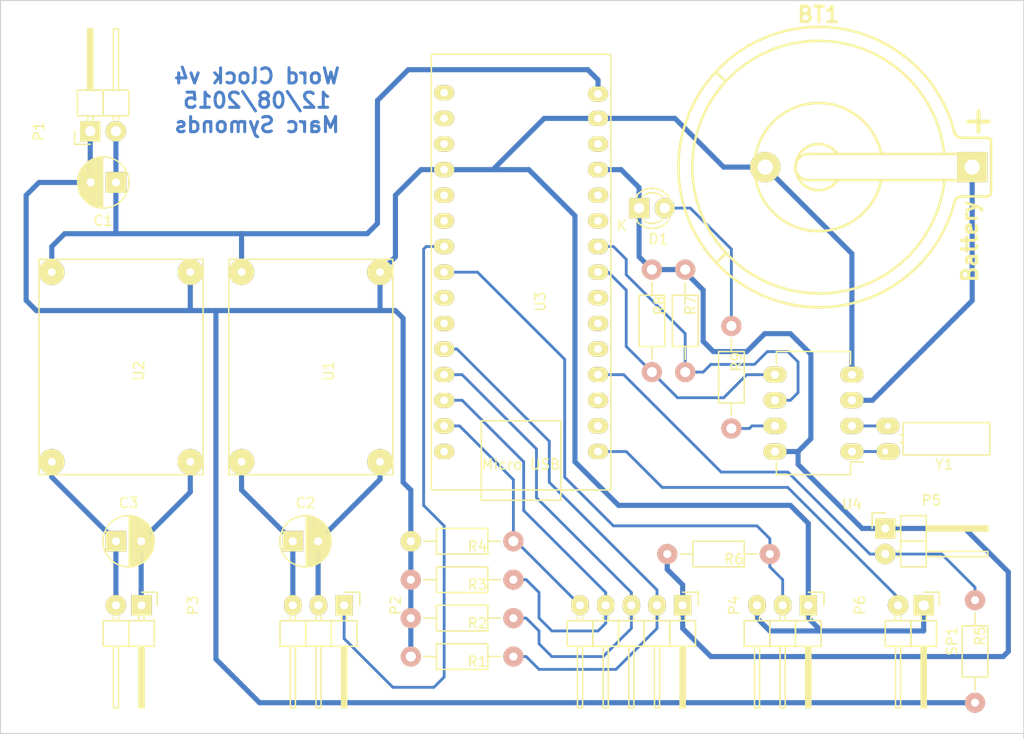
<source format=kicad_pcb>
(kicad_pcb (version 4) (host pcbnew "(after 2015-mar-04 BZR unknown)-product")

  (general
    (links 57)
    (no_connects 0)
    (area 15.189999 15.929 116.636001 89.458001)
    (thickness 1.6)
    (drawings 6)
    (tracks 221)
    (zones 0)
    (modules 26)
    (nets 23)
  )

  (page User 210.007 148.006)
  (title_block
    (title "Word Clock v4")
    (date "15 August 2015")
    (rev 1)
    (company "Marc Symonds")
    (comment 3 "One for top array, the other for the bottom.")
    (comment 4 "Uses 2 5V DC-DC Converters to supply LED arrays.")
  )

  (layers
    (0 F.Cu signal)
    (31 B.Cu signal)
    (32 B.Adhes user)
    (33 F.Adhes user)
    (34 B.Paste user)
    (35 F.Paste user)
    (36 B.SilkS user)
    (37 F.SilkS user)
    (38 B.Mask user)
    (39 F.Mask user)
    (40 Dwgs.User user)
    (41 Cmts.User user)
    (42 Eco1.User user)
    (43 Eco2.User user)
    (44 Edge.Cuts user)
    (45 Margin user)
    (46 B.CrtYd user)
    (47 F.CrtYd user)
    (48 B.Fab user)
    (49 F.Fab user)
  )

  (setup
    (last_trace_width 0.2794)
    (trace_clearance 0.2)
    (zone_clearance 0.508)
    (zone_45_only no)
    (trace_min 0.2)
    (segment_width 0.2)
    (edge_width 0.1)
    (via_size 1.5)
    (via_drill 0.8)
    (via_min_size 0.4)
    (via_min_drill 0.3)
    (uvia_size 0.3)
    (uvia_drill 0.1)
    (uvias_allowed no)
    (uvia_min_size 0.2)
    (uvia_min_drill 0.1)
    (pcb_text_width 0.3)
    (pcb_text_size 1.5 1.5)
    (mod_edge_width 0.15)
    (mod_text_size 1 1)
    (mod_text_width 0.15)
    (pad_size 2.032 2.032)
    (pad_drill 0.8)
    (pad_to_mask_clearance 0)
    (aux_axis_origin 0 0)
    (visible_elements 7FFFEFFF)
    (pcbplotparams
      (layerselection 0x00030_80000001)
      (usegerberextensions false)
      (excludeedgelayer true)
      (linewidth 0.100000)
      (plotframeref false)
      (viasonmask false)
      (mode 1)
      (useauxorigin false)
      (hpglpennumber 1)
      (hpglpenspeed 20)
      (hpglpendiameter 15)
      (hpglpenoverlay 2)
      (psnegative false)
      (psa4output false)
      (plotreference true)
      (plotvalue true)
      (plotinvisibletext false)
      (padsonsilk false)
      (subtractmaskfromsilk false)
      (outputformat 1)
      (mirror false)
      (drillshape 1)
      (scaleselection 1)
      (outputdirectory ""))
  )

  (net 0 "")
  (net 1 +5V)
  (net 2 GND)
  (net 3 "Net-(BT1-Pad1)")
  (net 4 "Net-(D1-Pad2)")
  (net 5 "Net-(R7-Pad2)")
  (net 6 +12V)
  (net 7 +5VLT)
  (net 8 GNDT)
  (net 9 +5VLB)
  (net 10 GNDB)
  (net 11 LEDData)
  (net 12 "Net-(P4-Pad2)")
  (net 13 "Net-(P4-Pad3)")
  (net 14 "Net-(P5-Pad2)")
  (net 15 "Net-(P6-Pad2)")
  (net 16 "Net-(P4-Pad4)")
  (net 17 "Net-(R8-Pad2)")
  (net 18 "Net-(R9-Pad2)")
  (net 19 "Net-(SP1-Pad2)")
  (net 20 "Net-(U4-Pad1)")
  (net 21 "Net-(U4-Pad2)")
  (net 22 "Net-(P4-Pad5)")

  (net_class Default "This is the default net class."
    (clearance 0.2)
    (trace_width 0.2794)
    (via_dia 1.5)
    (via_drill 0.8)
    (uvia_dia 0.3)
    (uvia_drill 0.1)
    (add_net LEDData)
    (add_net "Net-(D1-Pad2)")
    (add_net "Net-(P4-Pad2)")
    (add_net "Net-(P4-Pad3)")
    (add_net "Net-(P4-Pad4)")
    (add_net "Net-(P4-Pad5)")
    (add_net "Net-(P5-Pad2)")
    (add_net "Net-(P6-Pad2)")
    (add_net "Net-(R7-Pad2)")
    (add_net "Net-(R8-Pad2)")
    (add_net "Net-(R9-Pad2)")
    (add_net "Net-(SP1-Pad2)")
    (add_net "Net-(U4-Pad1)")
    (add_net "Net-(U4-Pad2)")
  )

  (net_class Power ""
    (clearance 0.2)
    (trace_width 0.508)
    (via_dia 1.5)
    (via_drill 0.8)
    (uvia_dia 0.3)
    (uvia_drill 0.1)
    (add_net +12V)
    (add_net +5V)
    (add_net +5VLB)
    (add_net +5VLT)
    (add_net GND)
    (add_net GNDB)
    (add_net GNDT)
    (add_net "Net-(BT1-Pad1)")
  )

  (module Arduino:Arduino_Nano_v3 (layer F.Cu) (tedit 55C9ADBC) (tstamp 55CA4D2B)
    (at 57.912 21.59)
    (tags "Arduino Nano v3")
    (path /55BA466A)
    (fp_text reference U3 (at 10.795 24.511 90) (layer F.SilkS)
      (effects (font (size 1 1) (thickness 0.15)))
    )
    (fp_text value Arduino_Nano_v3 (at 7.874 24.13 90) (layer F.Fab)
      (effects (font (size 1 1) (thickness 0.15)))
    )
    (fp_text user "Micro USB" (at 8.89 40.64) (layer F.SilkS)
      (effects (font (size 1 1) (thickness 0.15)))
    )
    (fp_line (start 4.953 36.83) (end 4.953 36.322) (layer F.SilkS) (width 0.15))
    (fp_line (start 4.953 36.322) (end 12.827 36.322) (layer F.SilkS) (width 0.15))
    (fp_line (start 12.827 36.322) (end 12.827 38.1) (layer F.SilkS) (width 0.15))
    (fp_line (start 12.827 38.1) (end 12.827 44.196) (layer F.SilkS) (width 0.15))
    (fp_line (start 12.827 44.196) (end 4.953 44.196) (layer F.SilkS) (width 0.15))
    (fp_line (start 4.953 44.196) (end 4.953 37.973) (layer F.SilkS) (width 0.15))
    (fp_line (start 4.953 37.973) (end 4.953 36.83) (layer F.SilkS) (width 0.15))
    (fp_line (start 17.78 0) (end 17.78 43.18) (layer F.SilkS) (width 0.15))
    (fp_line (start 17.78 0) (end 0 0) (layer F.SilkS) (width 0.15))
    (fp_line (start 17.78 43.18) (end 0 43.18) (layer F.SilkS) (width 0.15))
    (fp_line (start 0 43.18) (end 0 0) (layer F.SilkS) (width 0.15))
    (pad 2 thru_hole oval (at 1.27 6.35) (size 2 1.5) (drill 0.762) (layers *.Cu *.Mask F.SilkS))
    (pad 1 thru_hole oval (at 1.27 3.81) (size 2 1.5) (drill 0.762) (layers *.Cu *.Mask F.SilkS))
    (pad 3 thru_hole oval (at 1.27 8.89) (size 2 1.5) (drill 0.762) (layers *.Cu *.Mask F.SilkS))
    (pad 4 thru_hole oval (at 1.27 11.43) (size 2 1.5) (drill 0.762) (layers *.Cu *.Mask F.SilkS)
      (net 2 GND))
    (pad 5 thru_hole oval (at 1.27 13.97) (size 2 1.5) (drill 0.762) (layers *.Cu *.Mask F.SilkS))
    (pad 6 thru_hole oval (at 1.27 16.51) (size 2 1.5) (drill 0.762) (layers *.Cu *.Mask F.SilkS))
    (pad 7 thru_hole oval (at 1.27 19.05) (size 2 1.5) (drill 0.762) (layers *.Cu *.Mask F.SilkS)
      (net 11 LEDData))
    (pad 8 thru_hole oval (at 1.27 21.59) (size 2 1.5) (drill 0.762) (layers *.Cu *.Mask F.SilkS)
      (net 15 "Net-(P6-Pad2)"))
    (pad 9 thru_hole oval (at 1.27 24.13) (size 2 1.5) (drill 0.762) (layers *.Cu *.Mask F.SilkS))
    (pad 10 thru_hole oval (at 1.27 26.67) (size 2 1.5) (drill 0.762) (layers *.Cu *.Mask F.SilkS))
    (pad 11 thru_hole oval (at 1.27 29.21) (size 2 1.5) (drill 0.762) (layers *.Cu *.Mask F.SilkS)
      (net 12 "Net-(P4-Pad2)"))
    (pad 12 thru_hole oval (at 1.27 31.75) (size 2 1.5) (drill 0.762) (layers *.Cu *.Mask F.SilkS)
      (net 13 "Net-(P4-Pad3)"))
    (pad 13 thru_hole oval (at 1.27 34.29) (size 2 1.5) (drill 0.762) (layers *.Cu *.Mask F.SilkS)
      (net 16 "Net-(P4-Pad4)"))
    (pad 14 thru_hole oval (at 1.27 36.83) (size 2 1.5) (drill 0.762) (layers *.Cu *.Mask F.SilkS)
      (net 22 "Net-(P4-Pad5)"))
    (pad 15 thru_hole oval (at 1.27 39.37) (size 2 1.5) (drill 0.762) (layers *.Cu *.Mask F.SilkS))
    (pad 16 thru_hole oval (at 16.51 39.37) (size 2 1.5) (drill 0.762) (layers *.Cu *.Mask F.SilkS)
      (net 19 "Net-(SP1-Pad2)"))
    (pad 17 thru_hole oval (at 16.51 36.83) (size 2 1.5) (drill 0.762) (layers *.Cu *.Mask F.SilkS))
    (pad 18 thru_hole oval (at 16.51 34.29) (size 2 1.5) (drill 0.762) (layers *.Cu *.Mask F.SilkS))
    (pad 19 thru_hole oval (at 16.51 31.75) (size 2 1.5) (drill 0.762) (layers *.Cu *.Mask F.SilkS)
      (net 14 "Net-(P5-Pad2)"))
    (pad 20 thru_hole oval (at 16.51 29.21) (size 2 1.5) (drill 0.762) (layers *.Cu *.Mask F.SilkS))
    (pad 21 thru_hole oval (at 16.51 26.67) (size 2 1.5) (drill 0.762) (layers *.Cu *.Mask F.SilkS))
    (pad 22 thru_hole oval (at 16.51 24.13) (size 2 1.5) (drill 0.762) (layers *.Cu *.Mask F.SilkS))
    (pad 23 thru_hole oval (at 16.51 21.59) (size 2 1.5) (drill 0.762) (layers *.Cu *.Mask F.SilkS)
      (net 17 "Net-(R8-Pad2)"))
    (pad 24 thru_hole oval (at 16.51 19.05) (size 2 1.5) (drill 0.762) (layers *.Cu *.Mask F.SilkS)
      (net 5 "Net-(R7-Pad2)"))
    (pad 25 thru_hole oval (at 16.51 16.51) (size 2 1.5) (drill 0.762) (layers *.Cu *.Mask F.SilkS))
    (pad 26 thru_hole oval (at 16.51 13.97) (size 2 1.5) (drill 0.762) (layers *.Cu *.Mask F.SilkS))
    (pad 27 thru_hole oval (at 16.51 11.43) (size 2 1.5) (drill 0.762) (layers *.Cu *.Mask F.SilkS)
      (net 1 +5V))
    (pad 28 thru_hole oval (at 16.51 8.89) (size 2 1.5) (drill 0.762) (layers *.Cu *.Mask F.SilkS))
    (pad 29 thru_hole oval (at 16.51 6.35) (size 2 1.5) (drill 0.762) (layers *.Cu *.Mask F.SilkS)
      (net 2 GND))
    (pad 30 thru_hole oval (at 16.51 3.937) (size 2 1.5) (drill 0.762) (layers *.Cu *.Mask F.SilkS)
      (net 6 +12V))
  )

  (module w_battery_holders:keystone_1025-7 (layer F.Cu) (tedit 55CAEB02) (tstamp 55CA4C59)
    (at 96.266 32.766)
    (descr "Keystone type 1025-7 battery holder")
    (path /5595489B)
    (fp_text reference BT1 (at 0 -15.113) (layer F.SilkS)
      (effects (font (thickness 0.3048)))
    )
    (fp_text value Battery (at 14.986 7.366 90) (layer F.SilkS)
      (effects (font (thickness 0.3048)))
    )
    (fp_line (start -9.1948 -8.4963) (end -10.16 -9.398) (layer F.SilkS) (width 0.254))
    (fp_line (start -9.1694 8.5471) (end -10.1346 9.4488) (layer F.SilkS) (width 0.254))
    (fp_arc (start 0 0) (end -1.3843 -12.4333) (angle 90) (layer F.SilkS) (width 0.254))
    (fp_arc (start 0 0) (end 12.4714 1.2827) (angle 90) (layer F.SilkS) (width 0.254))
    (fp_arc (start 0 0) (end 0 12.5095) (angle 90) (layer F.SilkS) (width 0.254))
    (fp_arc (start 0 0) (end -12.5095 0) (angle 90) (layer F.SilkS) (width 0.254))
    (fp_arc (start 0 0) (end -3.429 -13.462) (angle 90) (layer F.SilkS) (width 0.254))
    (fp_arc (start 0 0) (end 13.462 3.4798) (angle 90) (layer F.SilkS) (width 0.254))
    (fp_line (start 16.6751 -2.9083) (end 14.1478 -2.9083) (layer F.SilkS) (width 0.254))
    (fp_line (start 16.6751 2.9083) (end 14.1478 2.9083) (layer F.SilkS) (width 0.254))
    (fp_arc (start 0 0) (end 0 13.8811) (angle 90) (layer F.SilkS) (width 0.254))
    (fp_arc (start 0 0) (end -13.8811 0) (angle 90) (layer F.SilkS) (width 0.254))
    (fp_arc (start 0 0) (end -1.3716 -1.8288) (angle 90) (layer F.SilkS) (width 0.254))
    (fp_arc (start 0 0) (end 1.8288 1.3716) (angle 90) (layer F.SilkS) (width 0.254))
    (fp_arc (start 0 0) (end 0 2.286) (angle 90) (layer F.SilkS) (width 0.254))
    (fp_arc (start 0 0) (end -2.286 0) (angle 90) (layer F.SilkS) (width 0.254))
    (fp_arc (start 0 0) (end 6.1976 1.3716) (angle 90) (layer F.SilkS) (width 0.254))
    (fp_arc (start 0 0) (end -1.397 -6.1976) (angle 90) (layer F.SilkS) (width 0.254))
    (fp_arc (start 0 0) (end 0 6.35) (angle 90) (layer F.SilkS) (width 0.254))
    (fp_arc (start 0 0) (end -6.35 0.0254) (angle 90) (layer F.SilkS) (width 0.254))
    (fp_line (start 17.0815 -2.54) (end 17.0815 2.4892) (layer F.SilkS) (width 0.254))
    (fp_line (start 15.19936 1.30048) (end -1.00076 1.30048) (layer F.SilkS) (width 0.254))
    (fp_line (start -1.00076 -1.30048) (end 15.19936 -1.30048) (layer F.SilkS) (width 0.254))
    (fp_arc (start 14.1732 -3.683) (end 14.3002 -2.921) (angle 90) (layer F.SilkS) (width 0.254))
    (fp_arc (start 14.1732 3.683) (end 13.4112 3.556) (angle 90) (layer F.SilkS) (width 0.254))
    (fp_line (start 14.83868 -4.5085) (end 16.8402 -4.5085) (layer F.SilkS) (width 0.39878))
    (fp_line (start 15.84198 -3.5052) (end 15.84198 -5.50926) (layer F.SilkS) (width 0.39878))
    (fp_arc (start -1.00076 0) (end -1.00076 1.30048) (angle 90) (layer F.SilkS) (width 0.254))
    (fp_arc (start -1.00076 0) (end -2.30124 0) (angle 90) (layer F.SilkS) (width 0.254))
    (fp_line (start 15.20698 -1.30048) (end 15.20698 1.30048) (layer F.SilkS) (width 0.254))
    (fp_arc (start 16.67256 2.50698) (end 17.07388 2.50698) (angle 90) (layer F.SilkS) (width 0.254))
    (fp_arc (start 16.67256 -2.50698) (end 16.67256 -2.9083) (angle 90) (layer F.SilkS) (width 0.254))
    (pad 2 thru_hole circle (at -5.2832 0) (size 2.99974 2.99974) (drill 1.4986) (layers *.Cu *.Mask F.SilkS)
      (net 2 GND))
    (pad 1 thru_hole rect (at 15.2146 0) (size 2.9972 2.9972) (drill 1.4986) (layers *.Cu *.Mask F.SilkS)
      (net 3 "Net-(BT1-Pad1)"))
    (model walter/battery_holders/keystone_1025-7.wrl
      (at (xyz 0 0 0))
      (scale (xyz 1 1 1))
      (rotate (xyz 0 0 0))
    )
  )

  (module Capacitors_ThroughHole:C_Radial_D5_L11_P2.5 (layer F.Cu) (tedit 55CB7F00) (tstamp 55CA4C5F)
    (at 26.67 34.29 180)
    (descr "Radial Electrolytic Capacitor Diameter 5mm x Length 11mm, Pitch 2.5mm")
    (tags "Electrolytic Capacitor")
    (path /5594E055)
    (fp_text reference C1 (at 1.25 -3.8 180) (layer F.SilkS)
      (effects (font (size 1 1) (thickness 0.15)))
    )
    (fp_text value 47uF (at 1.25 3.8 180) (layer F.Fab)
      (effects (font (size 1 1) (thickness 0.15)))
    )
    (fp_line (start 1.325 -2.499) (end 1.325 2.499) (layer F.SilkS) (width 0.15))
    (fp_line (start 1.465 -2.491) (end 1.465 2.491) (layer F.SilkS) (width 0.15))
    (fp_line (start 1.605 -2.475) (end 1.605 -0.095) (layer F.SilkS) (width 0.15))
    (fp_line (start 1.605 0.095) (end 1.605 2.475) (layer F.SilkS) (width 0.15))
    (fp_line (start 1.745 -2.451) (end 1.745 -0.49) (layer F.SilkS) (width 0.15))
    (fp_line (start 1.745 0.49) (end 1.745 2.451) (layer F.SilkS) (width 0.15))
    (fp_line (start 1.885 -2.418) (end 1.885 -0.657) (layer F.SilkS) (width 0.15))
    (fp_line (start 1.885 0.657) (end 1.885 2.418) (layer F.SilkS) (width 0.15))
    (fp_line (start 2.025 -2.377) (end 2.025 -0.764) (layer F.SilkS) (width 0.15))
    (fp_line (start 2.025 0.764) (end 2.025 2.377) (layer F.SilkS) (width 0.15))
    (fp_line (start 2.165 -2.327) (end 2.165 -0.835) (layer F.SilkS) (width 0.15))
    (fp_line (start 2.165 0.835) (end 2.165 2.327) (layer F.SilkS) (width 0.15))
    (fp_line (start 2.305 -2.266) (end 2.305 -0.879) (layer F.SilkS) (width 0.15))
    (fp_line (start 2.305 0.879) (end 2.305 2.266) (layer F.SilkS) (width 0.15))
    (fp_line (start 2.445 -2.196) (end 2.445 -0.898) (layer F.SilkS) (width 0.15))
    (fp_line (start 2.445 0.898) (end 2.445 2.196) (layer F.SilkS) (width 0.15))
    (fp_line (start 2.585 -2.114) (end 2.585 -0.896) (layer F.SilkS) (width 0.15))
    (fp_line (start 2.585 0.896) (end 2.585 2.114) (layer F.SilkS) (width 0.15))
    (fp_line (start 2.725 -2.019) (end 2.725 -0.871) (layer F.SilkS) (width 0.15))
    (fp_line (start 2.725 0.871) (end 2.725 2.019) (layer F.SilkS) (width 0.15))
    (fp_line (start 2.865 -1.908) (end 2.865 -0.823) (layer F.SilkS) (width 0.15))
    (fp_line (start 2.865 0.823) (end 2.865 1.908) (layer F.SilkS) (width 0.15))
    (fp_line (start 3.005 -1.78) (end 3.005 -0.745) (layer F.SilkS) (width 0.15))
    (fp_line (start 3.005 0.745) (end 3.005 1.78) (layer F.SilkS) (width 0.15))
    (fp_line (start 3.145 -1.631) (end 3.145 -0.628) (layer F.SilkS) (width 0.15))
    (fp_line (start 3.145 0.628) (end 3.145 1.631) (layer F.SilkS) (width 0.15))
    (fp_line (start 3.285 -1.452) (end 3.285 -0.44) (layer F.SilkS) (width 0.15))
    (fp_line (start 3.285 0.44) (end 3.285 1.452) (layer F.SilkS) (width 0.15))
    (fp_line (start 3.425 -1.233) (end 3.425 1.233) (layer F.SilkS) (width 0.15))
    (fp_line (start 3.565 -0.944) (end 3.565 0.944) (layer F.SilkS) (width 0.15))
    (fp_line (start 3.705 -0.472) (end 3.705 0.472) (layer F.SilkS) (width 0.15))
    (fp_circle (center 2.5 0) (end 2.5 -0.9) (layer F.SilkS) (width 0.15))
    (fp_circle (center 1.25 0) (end 1.25 -2.5375) (layer F.SilkS) (width 0.15))
    (fp_circle (center 1.25 0) (end 1.25 -2.8) (layer F.CrtYd) (width 0.05))
    (pad 1 thru_hole rect (at 0 0 180) (size 2.032 2.062) (drill 0.8) (layers *.Cu *.Mask F.SilkS)
      (net 6 +12V))
    (pad 2 thru_hole circle (at 2.5 0 180) (size 2.032 2.032) (drill 0.8) (layers *.Cu *.Mask F.SilkS)
      (net 2 GND))
    (model Capacitors_ThroughHole.3dshapes/C_Radial_D5_L11_P2.5.wrl
      (at (xyz 0.049213 0 0))
      (scale (xyz 1 1 1))
      (rotate (xyz 0 0 90))
    )
  )

  (module Capacitors_ThroughHole:C_Radial_D5_L11_P2.5 (layer F.Cu) (tedit 55CB7EEF) (tstamp 55CA4C65)
    (at 44.196 69.85)
    (descr "Radial Electrolytic Capacitor Diameter 5mm x Length 11mm, Pitch 2.5mm")
    (tags "Electrolytic Capacitor")
    (path /55C993F6)
    (fp_text reference C2 (at 1.25 -3.8) (layer F.SilkS)
      (effects (font (size 1 1) (thickness 0.15)))
    )
    (fp_text value 47uF (at 1.25 3.8) (layer F.Fab)
      (effects (font (size 1 1) (thickness 0.15)))
    )
    (fp_line (start 1.325 -2.499) (end 1.325 2.499) (layer F.SilkS) (width 0.15))
    (fp_line (start 1.465 -2.491) (end 1.465 2.491) (layer F.SilkS) (width 0.15))
    (fp_line (start 1.605 -2.475) (end 1.605 -0.095) (layer F.SilkS) (width 0.15))
    (fp_line (start 1.605 0.095) (end 1.605 2.475) (layer F.SilkS) (width 0.15))
    (fp_line (start 1.745 -2.451) (end 1.745 -0.49) (layer F.SilkS) (width 0.15))
    (fp_line (start 1.745 0.49) (end 1.745 2.451) (layer F.SilkS) (width 0.15))
    (fp_line (start 1.885 -2.418) (end 1.885 -0.657) (layer F.SilkS) (width 0.15))
    (fp_line (start 1.885 0.657) (end 1.885 2.418) (layer F.SilkS) (width 0.15))
    (fp_line (start 2.025 -2.377) (end 2.025 -0.764) (layer F.SilkS) (width 0.15))
    (fp_line (start 2.025 0.764) (end 2.025 2.377) (layer F.SilkS) (width 0.15))
    (fp_line (start 2.165 -2.327) (end 2.165 -0.835) (layer F.SilkS) (width 0.15))
    (fp_line (start 2.165 0.835) (end 2.165 2.327) (layer F.SilkS) (width 0.15))
    (fp_line (start 2.305 -2.266) (end 2.305 -0.879) (layer F.SilkS) (width 0.15))
    (fp_line (start 2.305 0.879) (end 2.305 2.266) (layer F.SilkS) (width 0.15))
    (fp_line (start 2.445 -2.196) (end 2.445 -0.898) (layer F.SilkS) (width 0.15))
    (fp_line (start 2.445 0.898) (end 2.445 2.196) (layer F.SilkS) (width 0.15))
    (fp_line (start 2.585 -2.114) (end 2.585 -0.896) (layer F.SilkS) (width 0.15))
    (fp_line (start 2.585 0.896) (end 2.585 2.114) (layer F.SilkS) (width 0.15))
    (fp_line (start 2.725 -2.019) (end 2.725 -0.871) (layer F.SilkS) (width 0.15))
    (fp_line (start 2.725 0.871) (end 2.725 2.019) (layer F.SilkS) (width 0.15))
    (fp_line (start 2.865 -1.908) (end 2.865 -0.823) (layer F.SilkS) (width 0.15))
    (fp_line (start 2.865 0.823) (end 2.865 1.908) (layer F.SilkS) (width 0.15))
    (fp_line (start 3.005 -1.78) (end 3.005 -0.745) (layer F.SilkS) (width 0.15))
    (fp_line (start 3.005 0.745) (end 3.005 1.78) (layer F.SilkS) (width 0.15))
    (fp_line (start 3.145 -1.631) (end 3.145 -0.628) (layer F.SilkS) (width 0.15))
    (fp_line (start 3.145 0.628) (end 3.145 1.631) (layer F.SilkS) (width 0.15))
    (fp_line (start 3.285 -1.452) (end 3.285 -0.44) (layer F.SilkS) (width 0.15))
    (fp_line (start 3.285 0.44) (end 3.285 1.452) (layer F.SilkS) (width 0.15))
    (fp_line (start 3.425 -1.233) (end 3.425 1.233) (layer F.SilkS) (width 0.15))
    (fp_line (start 3.565 -0.944) (end 3.565 0.944) (layer F.SilkS) (width 0.15))
    (fp_line (start 3.705 -0.472) (end 3.705 0.472) (layer F.SilkS) (width 0.15))
    (fp_circle (center 2.5 0) (end 2.5 -0.9) (layer F.SilkS) (width 0.15))
    (fp_circle (center 1.25 0) (end 1.25 -2.5375) (layer F.SilkS) (width 0.15))
    (fp_circle (center 1.25 0) (end 1.25 -2.8) (layer F.CrtYd) (width 0.05))
    (pad 1 thru_hole rect (at 0 0) (size 2.032 2.032) (drill 0.8) (layers *.Cu *.Mask F.SilkS)
      (net 7 +5VLT))
    (pad 2 thru_hole circle (at 2.5 0) (size 2.032 2.032) (drill 0.8) (layers *.Cu *.Mask F.SilkS)
      (net 8 GNDT))
    (model Capacitors_ThroughHole.3dshapes/C_Radial_D5_L11_P2.5.wrl
      (at (xyz 0.049213 0 0))
      (scale (xyz 1 1 1))
      (rotate (xyz 0 0 90))
    )
  )

  (module Capacitors_ThroughHole:C_Radial_D5_L11_P2.5 (layer F.Cu) (tedit 55CB7ED9) (tstamp 55CA4C6B)
    (at 26.67 69.85)
    (descr "Radial Electrolytic Capacitor Diameter 5mm x Length 11mm, Pitch 2.5mm")
    (tags "Electrolytic Capacitor")
    (path /55C98D08)
    (fp_text reference C3 (at 1.25 -3.8) (layer F.SilkS)
      (effects (font (size 1 1) (thickness 0.15)))
    )
    (fp_text value 47uF (at 1.25 3.8) (layer F.Fab)
      (effects (font (size 1 1) (thickness 0.15)))
    )
    (fp_line (start 1.325 -2.499) (end 1.325 2.499) (layer F.SilkS) (width 0.15))
    (fp_line (start 1.465 -2.491) (end 1.465 2.491) (layer F.SilkS) (width 0.15))
    (fp_line (start 1.605 -2.475) (end 1.605 -0.095) (layer F.SilkS) (width 0.15))
    (fp_line (start 1.605 0.095) (end 1.605 2.475) (layer F.SilkS) (width 0.15))
    (fp_line (start 1.745 -2.451) (end 1.745 -0.49) (layer F.SilkS) (width 0.15))
    (fp_line (start 1.745 0.49) (end 1.745 2.451) (layer F.SilkS) (width 0.15))
    (fp_line (start 1.885 -2.418) (end 1.885 -0.657) (layer F.SilkS) (width 0.15))
    (fp_line (start 1.885 0.657) (end 1.885 2.418) (layer F.SilkS) (width 0.15))
    (fp_line (start 2.025 -2.377) (end 2.025 -0.764) (layer F.SilkS) (width 0.15))
    (fp_line (start 2.025 0.764) (end 2.025 2.377) (layer F.SilkS) (width 0.15))
    (fp_line (start 2.165 -2.327) (end 2.165 -0.835) (layer F.SilkS) (width 0.15))
    (fp_line (start 2.165 0.835) (end 2.165 2.327) (layer F.SilkS) (width 0.15))
    (fp_line (start 2.305 -2.266) (end 2.305 -0.879) (layer F.SilkS) (width 0.15))
    (fp_line (start 2.305 0.879) (end 2.305 2.266) (layer F.SilkS) (width 0.15))
    (fp_line (start 2.445 -2.196) (end 2.445 -0.898) (layer F.SilkS) (width 0.15))
    (fp_line (start 2.445 0.898) (end 2.445 2.196) (layer F.SilkS) (width 0.15))
    (fp_line (start 2.585 -2.114) (end 2.585 -0.896) (layer F.SilkS) (width 0.15))
    (fp_line (start 2.585 0.896) (end 2.585 2.114) (layer F.SilkS) (width 0.15))
    (fp_line (start 2.725 -2.019) (end 2.725 -0.871) (layer F.SilkS) (width 0.15))
    (fp_line (start 2.725 0.871) (end 2.725 2.019) (layer F.SilkS) (width 0.15))
    (fp_line (start 2.865 -1.908) (end 2.865 -0.823) (layer F.SilkS) (width 0.15))
    (fp_line (start 2.865 0.823) (end 2.865 1.908) (layer F.SilkS) (width 0.15))
    (fp_line (start 3.005 -1.78) (end 3.005 -0.745) (layer F.SilkS) (width 0.15))
    (fp_line (start 3.005 0.745) (end 3.005 1.78) (layer F.SilkS) (width 0.15))
    (fp_line (start 3.145 -1.631) (end 3.145 -0.628) (layer F.SilkS) (width 0.15))
    (fp_line (start 3.145 0.628) (end 3.145 1.631) (layer F.SilkS) (width 0.15))
    (fp_line (start 3.285 -1.452) (end 3.285 -0.44) (layer F.SilkS) (width 0.15))
    (fp_line (start 3.285 0.44) (end 3.285 1.452) (layer F.SilkS) (width 0.15))
    (fp_line (start 3.425 -1.233) (end 3.425 1.233) (layer F.SilkS) (width 0.15))
    (fp_line (start 3.565 -0.944) (end 3.565 0.944) (layer F.SilkS) (width 0.15))
    (fp_line (start 3.705 -0.472) (end 3.705 0.472) (layer F.SilkS) (width 0.15))
    (fp_circle (center 2.5 0) (end 2.5 -0.9) (layer F.SilkS) (width 0.15))
    (fp_circle (center 1.25 0) (end 1.25 -2.5375) (layer F.SilkS) (width 0.15))
    (fp_circle (center 1.25 0) (end 1.25 -2.8) (layer F.CrtYd) (width 0.05))
    (pad 1 thru_hole rect (at 0 0) (size 2.032 2.032) (drill 0.8) (layers *.Cu *.Mask F.SilkS)
      (net 9 +5VLB))
    (pad 2 thru_hole circle (at 2.5 0) (size 2.032 2.032) (drill 0.8) (layers *.Cu *.Mask F.SilkS)
      (net 10 GNDB))
    (model Capacitors_ThroughHole.3dshapes/C_Radial_D5_L11_P2.5.wrl
      (at (xyz 0.049213 0 0))
      (scale (xyz 1 1 1))
      (rotate (xyz 0 0 90))
    )
  )

  (module LEDs:LED-3MM (layer F.Cu) (tedit 559B82F6) (tstamp 55CA4C71)
    (at 78.486 36.83)
    (descr "LED 3mm round vertical")
    (tags "LED  3mm round vertical")
    (path /5595AE08)
    (fp_text reference D1 (at 1.91 3.06) (layer F.SilkS)
      (effects (font (size 1 1) (thickness 0.15)))
    )
    (fp_text value Led_Small (at 1.3 -2.9) (layer F.Fab)
      (effects (font (size 1 1) (thickness 0.15)))
    )
    (fp_line (start -1.2 2.3) (end 3.8 2.3) (layer F.CrtYd) (width 0.05))
    (fp_line (start 3.8 2.3) (end 3.8 -2.2) (layer F.CrtYd) (width 0.05))
    (fp_line (start 3.8 -2.2) (end -1.2 -2.2) (layer F.CrtYd) (width 0.05))
    (fp_line (start -1.2 -2.2) (end -1.2 2.3) (layer F.CrtYd) (width 0.05))
    (fp_line (start -0.199 1.314) (end -0.199 1.114) (layer F.SilkS) (width 0.15))
    (fp_line (start -0.199 -1.28) (end -0.199 -1.1) (layer F.SilkS) (width 0.15))
    (fp_arc (start 1.301 0.034) (end -0.199 -1.286) (angle 108.5) (layer F.SilkS) (width 0.15))
    (fp_arc (start 1.301 0.034) (end 0.25 -1.1) (angle 85.7) (layer F.SilkS) (width 0.15))
    (fp_arc (start 1.311 0.034) (end 3.051 0.994) (angle 110) (layer F.SilkS) (width 0.15))
    (fp_arc (start 1.301 0.034) (end 2.335 1.094) (angle 87.5) (layer F.SilkS) (width 0.15))
    (fp_text user K (at -1.69 1.74) (layer F.SilkS)
      (effects (font (size 1 1) (thickness 0.15)))
    )
    (pad 1 thru_hole rect (at 0 0 90) (size 2 2) (drill 1.00076) (layers *.Cu *.Mask F.SilkS)
      (net 1 +5V))
    (pad 2 thru_hole circle (at 2.54 0) (size 2 2) (drill 1.00076) (layers *.Cu *.Mask F.SilkS)
      (net 4 "Net-(D1-Pad2)"))
    (model LEDs.3dshapes/LED-3MM.wrl
      (at (xyz 0.05 0 0))
      (scale (xyz 1 1 1))
      (rotate (xyz 0 0 90))
    )
  )

  (module Resistors_ThroughHole:Resistor_Horizontal_RM10mm (layer F.Cu) (tedit 55CEE75D) (tstamp 55CA4CA7)
    (at 60.96 81.28 180)
    (descr "Resistor, Axial,  RM 10mm, 1/3W,")
    (tags "Resistor, Axial, RM 10mm, 1/3W,")
    (path /55C77658)
    (fp_text reference R1 (at -1.524 -0.508 180) (layer F.SilkS)
      (effects (font (size 1 1) (thickness 0.15)))
    )
    (fp_text value 10K (at 1.016 0.508 180) (layer F.Fab)
      (effects (font (size 1 1) (thickness 0.15)))
    )
    (fp_line (start -2.54 -1.27) (end 2.54 -1.27) (layer F.SilkS) (width 0.15))
    (fp_line (start 2.54 -1.27) (end 2.54 1.27) (layer F.SilkS) (width 0.15))
    (fp_line (start 2.54 1.27) (end -2.54 1.27) (layer F.SilkS) (width 0.15))
    (fp_line (start -2.54 1.27) (end -2.54 -1.27) (layer F.SilkS) (width 0.15))
    (fp_line (start -2.54 0) (end -3.81 0) (layer F.SilkS) (width 0.15))
    (fp_line (start 2.54 0) (end 3.81 0) (layer F.SilkS) (width 0.15))
    (pad 1 thru_hole circle (at -5.08 0 180) (size 1.99898 1.99898) (drill 0.8) (layers *.Cu *.SilkS *.Mask)
      (net 12 "Net-(P4-Pad2)"))
    (pad 2 thru_hole circle (at 5.08 0 180) (size 1.99898 1.99898) (drill 1.00076) (layers *.Cu *.SilkS *.Mask)
      (net 2 GND))
    (model Resistors_ThroughHole.3dshapes/Resistor_Horizontal_RM10mm.wrl
      (at (xyz 0 0 0))
      (scale (xyz 0.4 0.4 0.4))
      (rotate (xyz 0 0 0))
    )
  )

  (module Resistors_ThroughHole:Resistor_Horizontal_RM10mm (layer F.Cu) (tedit 55CEE759) (tstamp 55CA4CAD)
    (at 60.96 77.47 180)
    (descr "Resistor, Axial,  RM 10mm, 1/3W,")
    (tags "Resistor, Axial, RM 10mm, 1/3W,")
    (path /55C7768F)
    (fp_text reference R2 (at -1.524 -0.508 180) (layer F.SilkS)
      (effects (font (size 1 1) (thickness 0.15)))
    )
    (fp_text value 10K (at 1.016 0.508 180) (layer F.Fab)
      (effects (font (size 1 1) (thickness 0.15)))
    )
    (fp_line (start -2.54 -1.27) (end 2.54 -1.27) (layer F.SilkS) (width 0.15))
    (fp_line (start 2.54 -1.27) (end 2.54 1.27) (layer F.SilkS) (width 0.15))
    (fp_line (start 2.54 1.27) (end -2.54 1.27) (layer F.SilkS) (width 0.15))
    (fp_line (start -2.54 1.27) (end -2.54 -1.27) (layer F.SilkS) (width 0.15))
    (fp_line (start -2.54 0) (end -3.81 0) (layer F.SilkS) (width 0.15))
    (fp_line (start 2.54 0) (end 3.81 0) (layer F.SilkS) (width 0.15))
    (pad 1 thru_hole circle (at -5.08 0 180) (size 1.99898 1.99898) (drill 0.8) (layers *.Cu *.SilkS *.Mask)
      (net 13 "Net-(P4-Pad3)"))
    (pad 2 thru_hole circle (at 5.08 0 180) (size 1.99898 1.99898) (drill 0.8) (layers *.Cu *.SilkS *.Mask)
      (net 2 GND))
    (model Resistors_ThroughHole.3dshapes/Resistor_Horizontal_RM10mm.wrl
      (at (xyz 0 0 0))
      (scale (xyz 0.4 0.4 0.4))
      (rotate (xyz 0 0 0))
    )
  )

  (module Resistors_ThroughHole:Resistor_Horizontal_RM10mm (layer F.Cu) (tedit 55CEE754) (tstamp 55CA4CB3)
    (at 60.96 73.66 180)
    (descr "Resistor, Axial,  RM 10mm, 1/3W,")
    (tags "Resistor, Axial, RM 10mm, 1/3W,")
    (path /55C776BF)
    (fp_text reference R3 (at -1.524 -0.508 180) (layer F.SilkS)
      (effects (font (size 1 1) (thickness 0.15)))
    )
    (fp_text value 10K (at 1.016 0.508 180) (layer F.Fab)
      (effects (font (size 1 1) (thickness 0.15)))
    )
    (fp_line (start -2.54 -1.27) (end 2.54 -1.27) (layer F.SilkS) (width 0.15))
    (fp_line (start 2.54 -1.27) (end 2.54 1.27) (layer F.SilkS) (width 0.15))
    (fp_line (start 2.54 1.27) (end -2.54 1.27) (layer F.SilkS) (width 0.15))
    (fp_line (start -2.54 1.27) (end -2.54 -1.27) (layer F.SilkS) (width 0.15))
    (fp_line (start -2.54 0) (end -3.81 0) (layer F.SilkS) (width 0.15))
    (fp_line (start 2.54 0) (end 3.81 0) (layer F.SilkS) (width 0.15))
    (pad 1 thru_hole circle (at -5.08 0 180) (size 1.99898 1.99898) (drill 0.8) (layers *.Cu *.SilkS *.Mask)
      (net 16 "Net-(P4-Pad4)"))
    (pad 2 thru_hole circle (at 5.08 0 180) (size 1.99898 1.99898) (drill 0.8) (layers *.Cu *.SilkS *.Mask)
      (net 2 GND))
    (model Resistors_ThroughHole.3dshapes/Resistor_Horizontal_RM10mm.wrl
      (at (xyz 0 0 0))
      (scale (xyz 0.4 0.4 0.4))
      (rotate (xyz 0 0 0))
    )
  )

  (module Resistors_ThroughHole:Resistor_Horizontal_RM10mm (layer F.Cu) (tedit 55CEE74B) (tstamp 55CA4CB9)
    (at 60.96 69.85 180)
    (descr "Resistor, Axial,  RM 10mm, 1/3W,")
    (tags "Resistor, Axial, RM 10mm, 1/3W,")
    (path /55C776F8)
    (fp_text reference R4 (at -1.524 -0.508 180) (layer F.SilkS)
      (effects (font (size 1 1) (thickness 0.15)))
    )
    (fp_text value 10K (at 1.016 0.508 180) (layer F.Fab)
      (effects (font (size 1 1) (thickness 0.15)))
    )
    (fp_line (start -2.54 -1.27) (end 2.54 -1.27) (layer F.SilkS) (width 0.15))
    (fp_line (start 2.54 -1.27) (end 2.54 1.27) (layer F.SilkS) (width 0.15))
    (fp_line (start 2.54 1.27) (end -2.54 1.27) (layer F.SilkS) (width 0.15))
    (fp_line (start -2.54 1.27) (end -2.54 -1.27) (layer F.SilkS) (width 0.15))
    (fp_line (start -2.54 0) (end -3.81 0) (layer F.SilkS) (width 0.15))
    (fp_line (start 2.54 0) (end 3.81 0) (layer F.SilkS) (width 0.15))
    (pad 1 thru_hole circle (at -5.08 0 180) (size 1.99898 1.99898) (drill 1.00076) (layers *.Cu *.SilkS *.Mask)
      (net 22 "Net-(P4-Pad5)"))
    (pad 2 thru_hole circle (at 5.08 0 180) (size 2.032 2.032) (drill 0.8) (layers *.Cu *.Mask F.SilkS)
      (net 2 GND))
    (model Resistors_ThroughHole.3dshapes/Resistor_Horizontal_RM10mm.wrl
      (at (xyz 0 0 0))
      (scale (xyz 0.4 0.4 0.4))
      (rotate (xyz 0 0 0))
    )
  )

  (module Resistors_ThroughHole:Resistor_Horizontal_RM10mm (layer F.Cu) (tedit 55CEE790) (tstamp 55CA4CBF)
    (at 111.76 80.772 270)
    (descr "Resistor, Axial,  RM 10mm, 1/3W,")
    (tags "Resistor, Axial, RM 10mm, 1/3W,")
    (path /559579B0)
    (fp_text reference R5 (at -1.524 -0.508 270) (layer F.SilkS)
      (effects (font (size 1 1) (thickness 0.15)))
    )
    (fp_text value 6.8K (at 0.762 0.254 270) (layer F.Fab)
      (effects (font (size 1 1) (thickness 0.15)))
    )
    (fp_line (start -2.54 -1.27) (end 2.54 -1.27) (layer F.SilkS) (width 0.15))
    (fp_line (start 2.54 -1.27) (end 2.54 1.27) (layer F.SilkS) (width 0.15))
    (fp_line (start 2.54 1.27) (end -2.54 1.27) (layer F.SilkS) (width 0.15))
    (fp_line (start -2.54 1.27) (end -2.54 -1.27) (layer F.SilkS) (width 0.15))
    (fp_line (start -2.54 0) (end -3.81 0) (layer F.SilkS) (width 0.15))
    (fp_line (start 2.54 0) (end 3.81 0) (layer F.SilkS) (width 0.15))
    (pad 1 thru_hole circle (at -5.08 0 270) (size 1.99898 1.99898) (drill 0.8) (layers *.Cu *.SilkS *.Mask)
      (net 14 "Net-(P5-Pad2)"))
    (pad 2 thru_hole circle (at 5.08 0 270) (size 1.99898 1.99898) (drill 0.8) (layers *.Cu *.SilkS *.Mask)
      (net 2 GND))
    (model Resistors_ThroughHole.3dshapes/Resistor_Horizontal_RM10mm.wrl
      (at (xyz 0 0 0))
      (scale (xyz 0.4 0.4 0.4))
      (rotate (xyz 0 0 0))
    )
  )

  (module Resistors_ThroughHole:Resistor_Horizontal_RM10mm (layer F.Cu) (tedit 55CEE768) (tstamp 55CA4CC5)
    (at 86.36 71.12)
    (descr "Resistor, Axial,  RM 10mm, 1/3W,")
    (tags "Resistor, Axial, RM 10mm, 1/3W,")
    (path /55962F8A)
    (fp_text reference R6 (at 1.524 0.508) (layer F.SilkS)
      (effects (font (size 1 1) (thickness 0.15)))
    )
    (fp_text value 4.7K (at -0.762 -0.508) (layer F.Fab)
      (effects (font (size 1 1) (thickness 0.15)))
    )
    (fp_line (start -2.54 -1.27) (end 2.54 -1.27) (layer F.SilkS) (width 0.15))
    (fp_line (start 2.54 -1.27) (end 2.54 1.27) (layer F.SilkS) (width 0.15))
    (fp_line (start 2.54 1.27) (end -2.54 1.27) (layer F.SilkS) (width 0.15))
    (fp_line (start -2.54 1.27) (end -2.54 -1.27) (layer F.SilkS) (width 0.15))
    (fp_line (start -2.54 0) (end -3.81 0) (layer F.SilkS) (width 0.15))
    (fp_line (start 2.54 0) (end 3.81 0) (layer F.SilkS) (width 0.15))
    (pad 1 thru_hole circle (at -5.08 0) (size 1.99898 1.99898) (drill 0.8) (layers *.Cu *.SilkS *.Mask)
      (net 1 +5V))
    (pad 2 thru_hole circle (at 5.08 0) (size 1.99898 1.99898) (drill 0.8) (layers *.Cu *.SilkS *.Mask)
      (net 15 "Net-(P6-Pad2)"))
    (model Resistors_ThroughHole.3dshapes/Resistor_Horizontal_RM10mm.wrl
      (at (xyz 0 0 0))
      (scale (xyz 0.4 0.4 0.4))
      (rotate (xyz 0 0 0))
    )
  )

  (module Resistors_ThroughHole:Resistor_Horizontal_RM10mm (layer F.Cu) (tedit 55CF33B5) (tstamp 55CA4CCB)
    (at 83.058 48.006 270)
    (descr "Resistor, Axial,  RM 10mm, 1/3W,")
    (tags "Resistor, Axial, RM 10mm, 1/3W,")
    (path /558FCD90)
    (fp_text reference R7 (at -1.524 -0.508 270) (layer F.SilkS)
      (effects (font (size 1 1) (thickness 0.15)))
    )
    (fp_text value 4.7K (at 0.762 0.254 270) (layer F.Fab)
      (effects (font (size 1 1) (thickness 0.15)))
    )
    (fp_line (start -2.54 -1.27) (end 2.54 -1.27) (layer F.SilkS) (width 0.15))
    (fp_line (start 2.54 -1.27) (end 2.54 1.27) (layer F.SilkS) (width 0.15))
    (fp_line (start 2.54 1.27) (end -2.54 1.27) (layer F.SilkS) (width 0.15))
    (fp_line (start -2.54 1.27) (end -2.54 -1.27) (layer F.SilkS) (width 0.15))
    (fp_line (start -2.54 0) (end -3.81 0) (layer F.SilkS) (width 0.15))
    (fp_line (start 2.54 0) (end 3.81 0) (layer F.SilkS) (width 0.15))
    (pad 1 thru_hole circle (at -5.08 0 270) (size 1.99898 1.99898) (drill 1.00076) (layers *.Cu *.SilkS *.Mask)
      (net 1 +5V))
    (pad 2 thru_hole circle (at 5.08 0 270) (size 1.99898 1.99898) (drill 1.00076) (layers *.Cu *.SilkS *.Mask)
      (net 5 "Net-(R7-Pad2)"))
    (model Resistors_ThroughHole.3dshapes/Resistor_Horizontal_RM10mm.wrl
      (at (xyz 0 0 0))
      (scale (xyz 0.4 0.4 0.4))
      (rotate (xyz 0 0 0))
    )
  )

  (module Resistors_ThroughHole:Resistor_Horizontal_RM10mm (layer F.Cu) (tedit 55CF33AC) (tstamp 55CA4CD1)
    (at 79.756 48.006 270)
    (descr "Resistor, Axial,  RM 10mm, 1/3W,")
    (tags "Resistor, Axial, RM 10mm, 1/3W,")
    (path /558FCB6D)
    (fp_text reference R8 (at -1.524 -0.762 270) (layer F.SilkS)
      (effects (font (size 1 1) (thickness 0.15)))
    )
    (fp_text value 4.7K (at 0.762 0.254 270) (layer F.Fab)
      (effects (font (size 1 1) (thickness 0.15)))
    )
    (fp_line (start -2.54 -1.27) (end 2.54 -1.27) (layer F.SilkS) (width 0.15))
    (fp_line (start 2.54 -1.27) (end 2.54 1.27) (layer F.SilkS) (width 0.15))
    (fp_line (start 2.54 1.27) (end -2.54 1.27) (layer F.SilkS) (width 0.15))
    (fp_line (start -2.54 1.27) (end -2.54 -1.27) (layer F.SilkS) (width 0.15))
    (fp_line (start -2.54 0) (end -3.81 0) (layer F.SilkS) (width 0.15))
    (fp_line (start 2.54 0) (end 3.81 0) (layer F.SilkS) (width 0.15))
    (pad 1 thru_hole circle (at -5.08 0 270) (size 1.99898 1.99898) (drill 1.00076) (layers *.Cu *.SilkS *.Mask)
      (net 1 +5V))
    (pad 2 thru_hole circle (at 5.08 0 270) (size 1.99898 1.99898) (drill 1.00076) (layers *.Cu *.SilkS *.Mask)
      (net 17 "Net-(R8-Pad2)"))
    (model Resistors_ThroughHole.3dshapes/Resistor_Horizontal_RM10mm.wrl
      (at (xyz 0 0 0))
      (scale (xyz 0.4 0.4 0.4))
      (rotate (xyz 0 0 0))
    )
  )

  (module Resistors_ThroughHole:Resistor_Horizontal_RM10mm (layer F.Cu) (tedit 55CF33BD) (tstamp 55CA4CD7)
    (at 87.63 53.594 270)
    (descr "Resistor, Axial,  RM 10mm, 1/3W,")
    (tags "Resistor, Axial, RM 10mm, 1/3W,")
    (path /5595AD83)
    (fp_text reference R9 (at -1.524 -0.508 270) (layer F.SilkS)
      (effects (font (size 1 1) (thickness 0.15)))
    )
    (fp_text value 5.6K (at 0.762 0.508 270) (layer F.Fab)
      (effects (font (size 1 1) (thickness 0.15)))
    )
    (fp_line (start -2.54 -1.27) (end 2.54 -1.27) (layer F.SilkS) (width 0.15))
    (fp_line (start 2.54 -1.27) (end 2.54 1.27) (layer F.SilkS) (width 0.15))
    (fp_line (start 2.54 1.27) (end -2.54 1.27) (layer F.SilkS) (width 0.15))
    (fp_line (start -2.54 1.27) (end -2.54 -1.27) (layer F.SilkS) (width 0.15))
    (fp_line (start -2.54 0) (end -3.81 0) (layer F.SilkS) (width 0.15))
    (fp_line (start 2.54 0) (end 3.81 0) (layer F.SilkS) (width 0.15))
    (pad 1 thru_hole circle (at -5.08 0 270) (size 1.99898 1.99898) (drill 1.00076) (layers *.Cu *.SilkS *.Mask)
      (net 4 "Net-(D1-Pad2)"))
    (pad 2 thru_hole circle (at 5.08 0 270) (size 1.99898 1.99898) (drill 1.00076) (layers *.Cu *.SilkS *.Mask)
      (net 18 "Net-(R9-Pad2)"))
    (model Resistors_ThroughHole.3dshapes/Resistor_Horizontal_RM10mm.wrl
      (at (xyz 0 0 0))
      (scale (xyz 0.4 0.4 0.4))
      (rotate (xyz 0 0 0))
    )
  )

  (module Housings_DIP:DIP-8_W7.62mm_LongPads (layer F.Cu) (tedit 54130A77) (tstamp 55CA4D37)
    (at 99.568 60.96 180)
    (descr "8-lead dip package, row spacing 7.62 mm (300 mils), longer pads")
    (tags "dil dip 2.54 300")
    (path /5586F152)
    (fp_text reference U4 (at 0 -5.22 180) (layer F.SilkS)
      (effects (font (size 1 1) (thickness 0.15)))
    )
    (fp_text value DS1307+ (at 0 -3.72 180) (layer F.Fab)
      (effects (font (size 1 1) (thickness 0.15)))
    )
    (fp_line (start -1.4 -2.45) (end -1.4 10.1) (layer F.CrtYd) (width 0.05))
    (fp_line (start 9 -2.45) (end 9 10.1) (layer F.CrtYd) (width 0.05))
    (fp_line (start -1.4 -2.45) (end 9 -2.45) (layer F.CrtYd) (width 0.05))
    (fp_line (start -1.4 10.1) (end 9 10.1) (layer F.CrtYd) (width 0.05))
    (fp_line (start 0.135 -2.295) (end 0.135 -1.025) (layer F.SilkS) (width 0.15))
    (fp_line (start 7.485 -2.295) (end 7.485 -1.025) (layer F.SilkS) (width 0.15))
    (fp_line (start 7.485 9.915) (end 7.485 8.645) (layer F.SilkS) (width 0.15))
    (fp_line (start 0.135 9.915) (end 0.135 8.645) (layer F.SilkS) (width 0.15))
    (fp_line (start 0.135 -2.295) (end 7.485 -2.295) (layer F.SilkS) (width 0.15))
    (fp_line (start 0.135 9.915) (end 7.485 9.915) (layer F.SilkS) (width 0.15))
    (fp_line (start 0.135 -1.025) (end -1.15 -1.025) (layer F.SilkS) (width 0.15))
    (pad 1 thru_hole oval (at 0 0 180) (size 2.3 1.6) (drill 0.8) (layers *.Cu *.Mask F.SilkS)
      (net 20 "Net-(U4-Pad1)"))
    (pad 2 thru_hole oval (at 0 2.54 180) (size 2.3 1.6) (drill 0.8) (layers *.Cu *.Mask F.SilkS)
      (net 21 "Net-(U4-Pad2)"))
    (pad 3 thru_hole oval (at 0 5.08 180) (size 2.3 1.6) (drill 0.8) (layers *.Cu *.Mask F.SilkS)
      (net 3 "Net-(BT1-Pad1)"))
    (pad 4 thru_hole oval (at 0 7.62 180) (size 2.3 1.6) (drill 0.8) (layers *.Cu *.Mask F.SilkS)
      (net 2 GND))
    (pad 5 thru_hole oval (at 7.62 7.62 180) (size 2.3 1.6) (drill 0.8) (layers *.Cu *.Mask F.SilkS)
      (net 17 "Net-(R8-Pad2)"))
    (pad 6 thru_hole oval (at 7.62 5.08 180) (size 2.3 1.6) (drill 0.8) (layers *.Cu *.Mask F.SilkS)
      (net 5 "Net-(R7-Pad2)"))
    (pad 7 thru_hole oval (at 7.62 2.54 180) (size 2.3 1.6) (drill 0.8) (layers *.Cu *.Mask F.SilkS)
      (net 18 "Net-(R9-Pad2)"))
    (pad 8 thru_hole oval (at 7.62 0 180) (size 2.3 1.6) (drill 0.8) (layers *.Cu *.Mask F.SilkS)
      (net 1 +5V))
    (model Housings_DIP.3dshapes/DIP-8_W7.62mm_LongPads.wrl
      (at (xyz 0 0 0))
      (scale (xyz 1 1 1))
      (rotate (xyz 0 0 0))
    )
  )

  (module Pin_Headers:Pin_Header_Angled_1x02 (layer F.Cu) (tedit 0) (tstamp 55CA4D82)
    (at 24.13 29.21 90)
    (descr "Through hole pin header")
    (tags "pin header")
    (path /55925BC5)
    (fp_text reference P1 (at 0 -5.1 90) (layer F.SilkS)
      (effects (font (size 1 1) (thickness 0.15)))
    )
    (fp_text value "Board Pwr" (at 0 -3.1 90) (layer F.Fab)
      (effects (font (size 1 1) (thickness 0.15)))
    )
    (fp_line (start -1.5 -1.75) (end -1.5 4.3) (layer F.CrtYd) (width 0.05))
    (fp_line (start 10.65 -1.75) (end 10.65 4.3) (layer F.CrtYd) (width 0.05))
    (fp_line (start -1.5 -1.75) (end 10.65 -1.75) (layer F.CrtYd) (width 0.05))
    (fp_line (start -1.5 4.3) (end 10.65 4.3) (layer F.CrtYd) (width 0.05))
    (fp_line (start -1.3 -1.55) (end -1.3 0) (layer F.SilkS) (width 0.15))
    (fp_line (start 0 -1.55) (end -1.3 -1.55) (layer F.SilkS) (width 0.15))
    (fp_line (start 4.191 -0.127) (end 10.033 -0.127) (layer F.SilkS) (width 0.15))
    (fp_line (start 10.033 -0.127) (end 10.033 0.127) (layer F.SilkS) (width 0.15))
    (fp_line (start 10.033 0.127) (end 4.191 0.127) (layer F.SilkS) (width 0.15))
    (fp_line (start 4.191 0.127) (end 4.191 0) (layer F.SilkS) (width 0.15))
    (fp_line (start 4.191 0) (end 10.033 0) (layer F.SilkS) (width 0.15))
    (fp_line (start 1.524 -0.254) (end 1.143 -0.254) (layer F.SilkS) (width 0.15))
    (fp_line (start 1.524 0.254) (end 1.143 0.254) (layer F.SilkS) (width 0.15))
    (fp_line (start 1.524 2.286) (end 1.143 2.286) (layer F.SilkS) (width 0.15))
    (fp_line (start 1.524 2.794) (end 1.143 2.794) (layer F.SilkS) (width 0.15))
    (fp_line (start 1.524 -1.27) (end 4.064 -1.27) (layer F.SilkS) (width 0.15))
    (fp_line (start 1.524 1.27) (end 4.064 1.27) (layer F.SilkS) (width 0.15))
    (fp_line (start 1.524 1.27) (end 1.524 3.81) (layer F.SilkS) (width 0.15))
    (fp_line (start 1.524 3.81) (end 4.064 3.81) (layer F.SilkS) (width 0.15))
    (fp_line (start 4.064 2.286) (end 10.16 2.286) (layer F.SilkS) (width 0.15))
    (fp_line (start 10.16 2.286) (end 10.16 2.794) (layer F.SilkS) (width 0.15))
    (fp_line (start 10.16 2.794) (end 4.064 2.794) (layer F.SilkS) (width 0.15))
    (fp_line (start 4.064 3.81) (end 4.064 1.27) (layer F.SilkS) (width 0.15))
    (fp_line (start 4.064 1.27) (end 4.064 -1.27) (layer F.SilkS) (width 0.15))
    (fp_line (start 10.16 0.254) (end 4.064 0.254) (layer F.SilkS) (width 0.15))
    (fp_line (start 10.16 -0.254) (end 10.16 0.254) (layer F.SilkS) (width 0.15))
    (fp_line (start 4.064 -0.254) (end 10.16 -0.254) (layer F.SilkS) (width 0.15))
    (fp_line (start 1.524 1.27) (end 4.064 1.27) (layer F.SilkS) (width 0.15))
    (fp_line (start 1.524 -1.27) (end 1.524 1.27) (layer F.SilkS) (width 0.15))
    (pad 1 thru_hole rect (at 0 0 90) (size 2.032 2.032) (drill 1.016) (layers *.Cu *.Mask F.SilkS)
      (net 2 GND))
    (pad 2 thru_hole oval (at 0 2.54 90) (size 2.032 2.032) (drill 1.016) (layers *.Cu *.Mask F.SilkS)
      (net 6 +12V))
    (model Pin_Headers.3dshapes/Pin_Header_Angled_1x02.wrl
      (at (xyz 0 -0.05 0))
      (scale (xyz 1 1 1))
      (rotate (xyz 0 0 90))
    )
  )

  (module Pin_Headers:Pin_Header_Angled_1x03 (layer F.Cu) (tedit 55CEE6AA) (tstamp 55CA4D87)
    (at 49.276 76.2 270)
    (descr "Through hole pin header")
    (tags "pin header")
    (path /5592815E)
    (fp_text reference P2 (at 0 -5.1 270) (layer F.SilkS)
      (effects (font (size 1 1) (thickness 0.15)))
    )
    (fp_text value "LEDs Top Pwr+Data" (at 0 -3.1 270) (layer F.Fab)
      (effects (font (size 1 1) (thickness 0.15)))
    )
    (fp_line (start -1.5 -1.75) (end -1.5 6.85) (layer F.CrtYd) (width 0.05))
    (fp_line (start 10.65 -1.75) (end 10.65 6.85) (layer F.CrtYd) (width 0.05))
    (fp_line (start -1.5 -1.75) (end 10.65 -1.75) (layer F.CrtYd) (width 0.05))
    (fp_line (start -1.5 6.85) (end 10.65 6.85) (layer F.CrtYd) (width 0.05))
    (fp_line (start -1.3 -1.55) (end -1.3 0) (layer F.SilkS) (width 0.15))
    (fp_line (start 0 -1.55) (end -1.3 -1.55) (layer F.SilkS) (width 0.15))
    (fp_line (start 4.191 -0.127) (end 10.033 -0.127) (layer F.SilkS) (width 0.15))
    (fp_line (start 10.033 -0.127) (end 10.033 0.127) (layer F.SilkS) (width 0.15))
    (fp_line (start 10.033 0.127) (end 4.191 0.127) (layer F.SilkS) (width 0.15))
    (fp_line (start 4.191 0.127) (end 4.191 0) (layer F.SilkS) (width 0.15))
    (fp_line (start 4.191 0) (end 10.033 0) (layer F.SilkS) (width 0.15))
    (fp_line (start 1.524 -0.254) (end 1.143 -0.254) (layer F.SilkS) (width 0.15))
    (fp_line (start 1.524 0.254) (end 1.143 0.254) (layer F.SilkS) (width 0.15))
    (fp_line (start 1.524 2.286) (end 1.143 2.286) (layer F.SilkS) (width 0.15))
    (fp_line (start 1.524 2.794) (end 1.143 2.794) (layer F.SilkS) (width 0.15))
    (fp_line (start 1.524 4.826) (end 1.143 4.826) (layer F.SilkS) (width 0.15))
    (fp_line (start 1.524 5.334) (end 1.143 5.334) (layer F.SilkS) (width 0.15))
    (fp_line (start 4.064 1.27) (end 4.064 -1.27) (layer F.SilkS) (width 0.15))
    (fp_line (start 10.16 0.254) (end 4.064 0.254) (layer F.SilkS) (width 0.15))
    (fp_line (start 10.16 -0.254) (end 10.16 0.254) (layer F.SilkS) (width 0.15))
    (fp_line (start 4.064 -0.254) (end 10.16 -0.254) (layer F.SilkS) (width 0.15))
    (fp_line (start 1.524 1.27) (end 4.064 1.27) (layer F.SilkS) (width 0.15))
    (fp_line (start 1.524 -1.27) (end 1.524 1.27) (layer F.SilkS) (width 0.15))
    (fp_line (start 1.524 -1.27) (end 4.064 -1.27) (layer F.SilkS) (width 0.15))
    (fp_line (start 1.524 3.81) (end 4.064 3.81) (layer F.SilkS) (width 0.15))
    (fp_line (start 1.524 3.81) (end 1.524 6.35) (layer F.SilkS) (width 0.15))
    (fp_line (start 4.064 4.826) (end 10.16 4.826) (layer F.SilkS) (width 0.15))
    (fp_line (start 10.16 4.826) (end 10.16 5.334) (layer F.SilkS) (width 0.15))
    (fp_line (start 10.16 5.334) (end 4.064 5.334) (layer F.SilkS) (width 0.15))
    (fp_line (start 4.064 6.35) (end 4.064 3.81) (layer F.SilkS) (width 0.15))
    (fp_line (start 4.064 3.81) (end 4.064 1.27) (layer F.SilkS) (width 0.15))
    (fp_line (start 10.16 2.794) (end 4.064 2.794) (layer F.SilkS) (width 0.15))
    (fp_line (start 10.16 2.286) (end 10.16 2.794) (layer F.SilkS) (width 0.15))
    (fp_line (start 4.064 2.286) (end 10.16 2.286) (layer F.SilkS) (width 0.15))
    (fp_line (start 1.524 3.81) (end 4.064 3.81) (layer F.SilkS) (width 0.15))
    (fp_line (start 1.524 1.27) (end 1.524 3.81) (layer F.SilkS) (width 0.15))
    (fp_line (start 1.524 1.27) (end 4.064 1.27) (layer F.SilkS) (width 0.15))
    (fp_line (start 1.524 6.35) (end 4.064 6.35) (layer F.SilkS) (width 0.15))
    (pad 1 thru_hole rect (at 0 0 270) (size 2.032 1.7272) (drill 0.8) (layers *.Cu *.Mask F.SilkS)
      (net 11 LEDData))
    (pad 2 thru_hole oval (at 0 2.54 270) (size 2.032 1.7272) (drill 0.8) (layers *.Cu *.Mask F.SilkS)
      (net 8 GNDT))
    (pad 3 thru_hole oval (at 0 5.08 270) (size 2.032 1.7272) (drill 0.8) (layers *.Cu *.Mask F.SilkS)
      (net 7 +5VLT))
    (model Pin_Headers.3dshapes/Pin_Header_Angled_1x03.wrl
      (at (xyz 0 -0.1 0))
      (scale (xyz 1 1 1))
      (rotate (xyz 0 0 90))
    )
  )

  (module Pin_Headers:Pin_Header_Angled_1x02 (layer F.Cu) (tedit 55CEE67F) (tstamp 55CA4D8D)
    (at 29.21 76.2 270)
    (descr "Through hole pin header")
    (tags "pin header")
    (path /55C9582A)
    (fp_text reference P3 (at 0 -5.1 270) (layer F.SilkS)
      (effects (font (size 1 1) (thickness 0.15)))
    )
    (fp_text value "LEDs Bottom Pwr" (at 0 -3.1 270) (layer F.Fab)
      (effects (font (size 1 1) (thickness 0.15)))
    )
    (fp_line (start -1.5 -1.75) (end -1.5 4.3) (layer F.CrtYd) (width 0.05))
    (fp_line (start 10.65 -1.75) (end 10.65 4.3) (layer F.CrtYd) (width 0.05))
    (fp_line (start -1.5 -1.75) (end 10.65 -1.75) (layer F.CrtYd) (width 0.05))
    (fp_line (start -1.5 4.3) (end 10.65 4.3) (layer F.CrtYd) (width 0.05))
    (fp_line (start -1.3 -1.55) (end -1.3 0) (layer F.SilkS) (width 0.15))
    (fp_line (start 0 -1.55) (end -1.3 -1.55) (layer F.SilkS) (width 0.15))
    (fp_line (start 4.191 -0.127) (end 10.033 -0.127) (layer F.SilkS) (width 0.15))
    (fp_line (start 10.033 -0.127) (end 10.033 0.127) (layer F.SilkS) (width 0.15))
    (fp_line (start 10.033 0.127) (end 4.191 0.127) (layer F.SilkS) (width 0.15))
    (fp_line (start 4.191 0.127) (end 4.191 0) (layer F.SilkS) (width 0.15))
    (fp_line (start 4.191 0) (end 10.033 0) (layer F.SilkS) (width 0.15))
    (fp_line (start 1.524 -0.254) (end 1.143 -0.254) (layer F.SilkS) (width 0.15))
    (fp_line (start 1.524 0.254) (end 1.143 0.254) (layer F.SilkS) (width 0.15))
    (fp_line (start 1.524 2.286) (end 1.143 2.286) (layer F.SilkS) (width 0.15))
    (fp_line (start 1.524 2.794) (end 1.143 2.794) (layer F.SilkS) (width 0.15))
    (fp_line (start 1.524 -1.27) (end 4.064 -1.27) (layer F.SilkS) (width 0.15))
    (fp_line (start 1.524 1.27) (end 4.064 1.27) (layer F.SilkS) (width 0.15))
    (fp_line (start 1.524 1.27) (end 1.524 3.81) (layer F.SilkS) (width 0.15))
    (fp_line (start 1.524 3.81) (end 4.064 3.81) (layer F.SilkS) (width 0.15))
    (fp_line (start 4.064 2.286) (end 10.16 2.286) (layer F.SilkS) (width 0.15))
    (fp_line (start 10.16 2.286) (end 10.16 2.794) (layer F.SilkS) (width 0.15))
    (fp_line (start 10.16 2.794) (end 4.064 2.794) (layer F.SilkS) (width 0.15))
    (fp_line (start 4.064 3.81) (end 4.064 1.27) (layer F.SilkS) (width 0.15))
    (fp_line (start 4.064 1.27) (end 4.064 -1.27) (layer F.SilkS) (width 0.15))
    (fp_line (start 10.16 0.254) (end 4.064 0.254) (layer F.SilkS) (width 0.15))
    (fp_line (start 10.16 -0.254) (end 10.16 0.254) (layer F.SilkS) (width 0.15))
    (fp_line (start 4.064 -0.254) (end 10.16 -0.254) (layer F.SilkS) (width 0.15))
    (fp_line (start 1.524 1.27) (end 4.064 1.27) (layer F.SilkS) (width 0.15))
    (fp_line (start 1.524 -1.27) (end 1.524 1.27) (layer F.SilkS) (width 0.15))
    (pad 1 thru_hole rect (at 0 0 270) (size 2.032 2.032) (drill 0.8) (layers *.Cu *.Mask F.SilkS)
      (net 10 GNDB))
    (pad 2 thru_hole oval (at 0 2.54 270) (size 2.032 2.032) (drill 0.8) (layers *.Cu *.Mask F.SilkS)
      (net 9 +5VLB))
    (model Pin_Headers.3dshapes/Pin_Header_Angled_1x02.wrl
      (at (xyz 0 -0.05 0))
      (scale (xyz 1 1 1))
      (rotate (xyz 0 0 90))
    )
  )

  (module Pin_Headers:Pin_Header_Angled_1x05 (layer F.Cu) (tedit 55CEE6EA) (tstamp 55CA4D92)
    (at 82.804 76.2 270)
    (descr "Through hole pin header")
    (tags "pin header")
    (path /55C70277)
    (fp_text reference P4 (at 0 -5.1 270) (layer F.SilkS)
      (effects (font (size 1 1) (thickness 0.15)))
    )
    (fp_text value Buttons (at 0 -3.1 270) (layer F.Fab)
      (effects (font (size 1 1) (thickness 0.15)))
    )
    (fp_line (start -1.5 -1.75) (end -1.5 11.95) (layer F.CrtYd) (width 0.05))
    (fp_line (start 10.65 -1.75) (end 10.65 11.95) (layer F.CrtYd) (width 0.05))
    (fp_line (start -1.5 -1.75) (end 10.65 -1.75) (layer F.CrtYd) (width 0.05))
    (fp_line (start -1.5 11.95) (end 10.65 11.95) (layer F.CrtYd) (width 0.05))
    (fp_line (start -1.3 -1.55) (end -1.3 0) (layer F.SilkS) (width 0.15))
    (fp_line (start 0 -1.55) (end -1.3 -1.55) (layer F.SilkS) (width 0.15))
    (fp_line (start 4.191 -0.127) (end 10.033 -0.127) (layer F.SilkS) (width 0.15))
    (fp_line (start 10.033 -0.127) (end 10.033 0.127) (layer F.SilkS) (width 0.15))
    (fp_line (start 10.033 0.127) (end 4.191 0.127) (layer F.SilkS) (width 0.15))
    (fp_line (start 4.191 0.127) (end 4.191 0) (layer F.SilkS) (width 0.15))
    (fp_line (start 4.191 0) (end 10.033 0) (layer F.SilkS) (width 0.15))
    (fp_line (start 1.524 -0.254) (end 1.143 -0.254) (layer F.SilkS) (width 0.15))
    (fp_line (start 1.524 0.254) (end 1.143 0.254) (layer F.SilkS) (width 0.15))
    (fp_line (start 1.524 2.286) (end 1.143 2.286) (layer F.SilkS) (width 0.15))
    (fp_line (start 1.524 2.794) (end 1.143 2.794) (layer F.SilkS) (width 0.15))
    (fp_line (start 1.524 4.826) (end 1.143 4.826) (layer F.SilkS) (width 0.15))
    (fp_line (start 1.524 5.334) (end 1.143 5.334) (layer F.SilkS) (width 0.15))
    (fp_line (start 1.524 7.366) (end 1.143 7.366) (layer F.SilkS) (width 0.15))
    (fp_line (start 1.524 7.874) (end 1.143 7.874) (layer F.SilkS) (width 0.15))
    (fp_line (start 1.524 10.414) (end 1.143 10.414) (layer F.SilkS) (width 0.15))
    (fp_line (start 1.524 9.906) (end 1.143 9.906) (layer F.SilkS) (width 0.15))
    (fp_line (start 4.064 1.27) (end 4.064 -1.27) (layer F.SilkS) (width 0.15))
    (fp_line (start 10.16 0.254) (end 4.064 0.254) (layer F.SilkS) (width 0.15))
    (fp_line (start 10.16 -0.254) (end 10.16 0.254) (layer F.SilkS) (width 0.15))
    (fp_line (start 4.064 -0.254) (end 10.16 -0.254) (layer F.SilkS) (width 0.15))
    (fp_line (start 1.524 1.27) (end 4.064 1.27) (layer F.SilkS) (width 0.15))
    (fp_line (start 1.524 -1.27) (end 1.524 1.27) (layer F.SilkS) (width 0.15))
    (fp_line (start 1.524 -1.27) (end 4.064 -1.27) (layer F.SilkS) (width 0.15))
    (fp_line (start 1.524 3.81) (end 4.064 3.81) (layer F.SilkS) (width 0.15))
    (fp_line (start 1.524 3.81) (end 1.524 6.35) (layer F.SilkS) (width 0.15))
    (fp_line (start 1.524 6.35) (end 4.064 6.35) (layer F.SilkS) (width 0.15))
    (fp_line (start 4.064 4.826) (end 10.16 4.826) (layer F.SilkS) (width 0.15))
    (fp_line (start 10.16 4.826) (end 10.16 5.334) (layer F.SilkS) (width 0.15))
    (fp_line (start 10.16 5.334) (end 4.064 5.334) (layer F.SilkS) (width 0.15))
    (fp_line (start 4.064 6.35) (end 4.064 3.81) (layer F.SilkS) (width 0.15))
    (fp_line (start 4.064 3.81) (end 4.064 1.27) (layer F.SilkS) (width 0.15))
    (fp_line (start 10.16 2.794) (end 4.064 2.794) (layer F.SilkS) (width 0.15))
    (fp_line (start 10.16 2.286) (end 10.16 2.794) (layer F.SilkS) (width 0.15))
    (fp_line (start 4.064 2.286) (end 10.16 2.286) (layer F.SilkS) (width 0.15))
    (fp_line (start 1.524 3.81) (end 4.064 3.81) (layer F.SilkS) (width 0.15))
    (fp_line (start 1.524 1.27) (end 1.524 3.81) (layer F.SilkS) (width 0.15))
    (fp_line (start 1.524 1.27) (end 4.064 1.27) (layer F.SilkS) (width 0.15))
    (fp_line (start 1.524 8.89) (end 4.064 8.89) (layer F.SilkS) (width 0.15))
    (fp_line (start 1.524 8.89) (end 1.524 11.43) (layer F.SilkS) (width 0.15))
    (fp_line (start 1.524 11.43) (end 4.064 11.43) (layer F.SilkS) (width 0.15))
    (fp_line (start 4.064 9.906) (end 10.16 9.906) (layer F.SilkS) (width 0.15))
    (fp_line (start 10.16 9.906) (end 10.16 10.414) (layer F.SilkS) (width 0.15))
    (fp_line (start 10.16 10.414) (end 4.064 10.414) (layer F.SilkS) (width 0.15))
    (fp_line (start 4.064 11.43) (end 4.064 8.89) (layer F.SilkS) (width 0.15))
    (fp_line (start 4.064 8.89) (end 4.064 6.35) (layer F.SilkS) (width 0.15))
    (fp_line (start 10.16 7.874) (end 4.064 7.874) (layer F.SilkS) (width 0.15))
    (fp_line (start 10.16 7.366) (end 10.16 7.874) (layer F.SilkS) (width 0.15))
    (fp_line (start 4.064 7.366) (end 10.16 7.366) (layer F.SilkS) (width 0.15))
    (fp_line (start 1.524 8.89) (end 4.064 8.89) (layer F.SilkS) (width 0.15))
    (fp_line (start 1.524 6.35) (end 1.524 8.89) (layer F.SilkS) (width 0.15))
    (fp_line (start 1.524 6.35) (end 4.064 6.35) (layer F.SilkS) (width 0.15))
    (pad 1 thru_hole rect (at 0 0 270) (size 2.032 1.7272) (drill 0.8) (layers *.Cu *.Mask F.SilkS)
      (net 1 +5V))
    (pad 2 thru_hole oval (at 0 2.54 270) (size 2.032 1.7272) (drill 0.8) (layers *.Cu *.Mask F.SilkS)
      (net 12 "Net-(P4-Pad2)"))
    (pad 3 thru_hole oval (at 0 5.08 270) (size 2.032 1.7272) (drill 0.8) (layers *.Cu *.Mask F.SilkS)
      (net 13 "Net-(P4-Pad3)"))
    (pad 4 thru_hole oval (at 0 7.62 270) (size 2.032 1.7272) (drill 0.8) (layers *.Cu *.Mask F.SilkS)
      (net 16 "Net-(P4-Pad4)"))
    (pad 5 thru_hole oval (at 0 10.16 270) (size 2.032 1.7272) (drill 0.8) (layers *.Cu *.Mask F.SilkS)
      (net 22 "Net-(P4-Pad5)"))
    (model Pin_Headers.3dshapes/Pin_Header_Angled_1x05.wrl
      (at (xyz 0 -0.2 0))
      (scale (xyz 1 1 1))
      (rotate (xyz 0 0 90))
    )
  )

  (module Pin_Headers:Pin_Header_Angled_1x02 (layer F.Cu) (tedit 55CF37F9) (tstamp 55CA4D9A)
    (at 102.87 68.58)
    (descr "Through hole pin header")
    (tags "pin header")
    (path /55958F42)
    (fp_text reference P5 (at 4.572 -2.794) (layer F.SilkS)
      (effects (font (size 1 1) (thickness 0.15)))
    )
    (fp_text value LDR (at 8.636 -2.794) (layer F.Fab)
      (effects (font (size 1 1) (thickness 0.15)))
    )
    (fp_line (start -1.5 -1.75) (end -1.5 4.3) (layer F.CrtYd) (width 0.05))
    (fp_line (start 10.65 -1.75) (end 10.65 4.3) (layer F.CrtYd) (width 0.05))
    (fp_line (start -1.5 -1.75) (end 10.65 -1.75) (layer F.CrtYd) (width 0.05))
    (fp_line (start -1.5 4.3) (end 10.65 4.3) (layer F.CrtYd) (width 0.05))
    (fp_line (start -1.3 -1.55) (end -1.3 0) (layer F.SilkS) (width 0.15))
    (fp_line (start 0 -1.55) (end -1.3 -1.55) (layer F.SilkS) (width 0.15))
    (fp_line (start 4.191 -0.127) (end 10.033 -0.127) (layer F.SilkS) (width 0.15))
    (fp_line (start 10.033 -0.127) (end 10.033 0.127) (layer F.SilkS) (width 0.15))
    (fp_line (start 10.033 0.127) (end 4.191 0.127) (layer F.SilkS) (width 0.15))
    (fp_line (start 4.191 0.127) (end 4.191 0) (layer F.SilkS) (width 0.15))
    (fp_line (start 4.191 0) (end 10.033 0) (layer F.SilkS) (width 0.15))
    (fp_line (start 1.524 -0.254) (end 1.143 -0.254) (layer F.SilkS) (width 0.15))
    (fp_line (start 1.524 0.254) (end 1.143 0.254) (layer F.SilkS) (width 0.15))
    (fp_line (start 1.524 2.286) (end 1.143 2.286) (layer F.SilkS) (width 0.15))
    (fp_line (start 1.524 2.794) (end 1.143 2.794) (layer F.SilkS) (width 0.15))
    (fp_line (start 1.524 -1.27) (end 4.064 -1.27) (layer F.SilkS) (width 0.15))
    (fp_line (start 1.524 1.27) (end 4.064 1.27) (layer F.SilkS) (width 0.15))
    (fp_line (start 1.524 1.27) (end 1.524 3.81) (layer F.SilkS) (width 0.15))
    (fp_line (start 1.524 3.81) (end 4.064 3.81) (layer F.SilkS) (width 0.15))
    (fp_line (start 4.064 2.286) (end 10.16 2.286) (layer F.SilkS) (width 0.15))
    (fp_line (start 10.16 2.286) (end 10.16 2.794) (layer F.SilkS) (width 0.15))
    (fp_line (start 10.16 2.794) (end 4.064 2.794) (layer F.SilkS) (width 0.15))
    (fp_line (start 4.064 3.81) (end 4.064 1.27) (layer F.SilkS) (width 0.15))
    (fp_line (start 4.064 1.27) (end 4.064 -1.27) (layer F.SilkS) (width 0.15))
    (fp_line (start 10.16 0.254) (end 4.064 0.254) (layer F.SilkS) (width 0.15))
    (fp_line (start 10.16 -0.254) (end 10.16 0.254) (layer F.SilkS) (width 0.15))
    (fp_line (start 4.064 -0.254) (end 10.16 -0.254) (layer F.SilkS) (width 0.15))
    (fp_line (start 1.524 1.27) (end 4.064 1.27) (layer F.SilkS) (width 0.15))
    (fp_line (start 1.524 -1.27) (end 1.524 1.27) (layer F.SilkS) (width 0.15))
    (pad 1 thru_hole rect (at 0 0) (size 2.032 2.032) (drill 0.8) (layers *.Cu *.Mask F.SilkS)
      (net 1 +5V))
    (pad 2 thru_hole oval (at 0 2.54) (size 2.032 2.032) (drill 0.8) (layers *.Cu *.Mask F.SilkS)
      (net 14 "Net-(P5-Pad2)"))
    (model Pin_Headers.3dshapes/Pin_Header_Angled_1x02.wrl
      (at (xyz 0 -0.05 0))
      (scale (xyz 1 1 1))
      (rotate (xyz 0 0 90))
    )
  )

  (module Pin_Headers:Pin_Header_Angled_1x03 (layer F.Cu) (tedit 55CEE77B) (tstamp 55CA4D9F)
    (at 95.25 76.2 270)
    (descr "Through hole pin header")
    (tags "pin header")
    (path /559624CA)
    (fp_text reference P6 (at 0 -5.1 270) (layer F.SilkS)
      (effects (font (size 1 1) (thickness 0.15)))
    )
    (fp_text value DS18B20/TEMP (at 0 -3.1 270) (layer F.Fab)
      (effects (font (size 1 1) (thickness 0.15)))
    )
    (fp_line (start -1.5 -1.75) (end -1.5 6.85) (layer F.CrtYd) (width 0.05))
    (fp_line (start 10.65 -1.75) (end 10.65 6.85) (layer F.CrtYd) (width 0.05))
    (fp_line (start -1.5 -1.75) (end 10.65 -1.75) (layer F.CrtYd) (width 0.05))
    (fp_line (start -1.5 6.85) (end 10.65 6.85) (layer F.CrtYd) (width 0.05))
    (fp_line (start -1.3 -1.55) (end -1.3 0) (layer F.SilkS) (width 0.15))
    (fp_line (start 0 -1.55) (end -1.3 -1.55) (layer F.SilkS) (width 0.15))
    (fp_line (start 4.191 -0.127) (end 10.033 -0.127) (layer F.SilkS) (width 0.15))
    (fp_line (start 10.033 -0.127) (end 10.033 0.127) (layer F.SilkS) (width 0.15))
    (fp_line (start 10.033 0.127) (end 4.191 0.127) (layer F.SilkS) (width 0.15))
    (fp_line (start 4.191 0.127) (end 4.191 0) (layer F.SilkS) (width 0.15))
    (fp_line (start 4.191 0) (end 10.033 0) (layer F.SilkS) (width 0.15))
    (fp_line (start 1.524 -0.254) (end 1.143 -0.254) (layer F.SilkS) (width 0.15))
    (fp_line (start 1.524 0.254) (end 1.143 0.254) (layer F.SilkS) (width 0.15))
    (fp_line (start 1.524 2.286) (end 1.143 2.286) (layer F.SilkS) (width 0.15))
    (fp_line (start 1.524 2.794) (end 1.143 2.794) (layer F.SilkS) (width 0.15))
    (fp_line (start 1.524 4.826) (end 1.143 4.826) (layer F.SilkS) (width 0.15))
    (fp_line (start 1.524 5.334) (end 1.143 5.334) (layer F.SilkS) (width 0.15))
    (fp_line (start 4.064 1.27) (end 4.064 -1.27) (layer F.SilkS) (width 0.15))
    (fp_line (start 10.16 0.254) (end 4.064 0.254) (layer F.SilkS) (width 0.15))
    (fp_line (start 10.16 -0.254) (end 10.16 0.254) (layer F.SilkS) (width 0.15))
    (fp_line (start 4.064 -0.254) (end 10.16 -0.254) (layer F.SilkS) (width 0.15))
    (fp_line (start 1.524 1.27) (end 4.064 1.27) (layer F.SilkS) (width 0.15))
    (fp_line (start 1.524 -1.27) (end 1.524 1.27) (layer F.SilkS) (width 0.15))
    (fp_line (start 1.524 -1.27) (end 4.064 -1.27) (layer F.SilkS) (width 0.15))
    (fp_line (start 1.524 3.81) (end 4.064 3.81) (layer F.SilkS) (width 0.15))
    (fp_line (start 1.524 3.81) (end 1.524 6.35) (layer F.SilkS) (width 0.15))
    (fp_line (start 4.064 4.826) (end 10.16 4.826) (layer F.SilkS) (width 0.15))
    (fp_line (start 10.16 4.826) (end 10.16 5.334) (layer F.SilkS) (width 0.15))
    (fp_line (start 10.16 5.334) (end 4.064 5.334) (layer F.SilkS) (width 0.15))
    (fp_line (start 4.064 6.35) (end 4.064 3.81) (layer F.SilkS) (width 0.15))
    (fp_line (start 4.064 3.81) (end 4.064 1.27) (layer F.SilkS) (width 0.15))
    (fp_line (start 10.16 2.794) (end 4.064 2.794) (layer F.SilkS) (width 0.15))
    (fp_line (start 10.16 2.286) (end 10.16 2.794) (layer F.SilkS) (width 0.15))
    (fp_line (start 4.064 2.286) (end 10.16 2.286) (layer F.SilkS) (width 0.15))
    (fp_line (start 1.524 3.81) (end 4.064 3.81) (layer F.SilkS) (width 0.15))
    (fp_line (start 1.524 1.27) (end 1.524 3.81) (layer F.SilkS) (width 0.15))
    (fp_line (start 1.524 1.27) (end 4.064 1.27) (layer F.SilkS) (width 0.15))
    (fp_line (start 1.524 6.35) (end 4.064 6.35) (layer F.SilkS) (width 0.15))
    (pad 1 thru_hole rect (at 0 0 270) (size 2.032 1.7272) (drill 0.8) (layers *.Cu *.Mask F.SilkS)
      (net 2 GND))
    (pad 2 thru_hole oval (at 0 2.54 270) (size 2.032 1.7272) (drill 0.8) (layers *.Cu *.Mask F.SilkS)
      (net 15 "Net-(P6-Pad2)"))
    (pad 3 thru_hole oval (at 0 5.08 270) (size 2.032 1.7272) (drill 0.8) (layers *.Cu *.Mask F.SilkS)
      (net 2 GND))
    (model Pin_Headers.3dshapes/Pin_Header_Angled_1x03.wrl
      (at (xyz 0 -0.1 0))
      (scale (xyz 1 1 1))
      (rotate (xyz 0 0 90))
    )
  )

  (module DCDCConverterModules:MP1584_DCDC_BCM (layer F.Cu) (tedit 55CA4610) (tstamp 55CA4DA5)
    (at 37.846 41.91)
    (tags "DC BUCK CONVERTER")
    (path /55C87C78)
    (fp_text reference U1 (at 9.906 11.049 90) (layer F.SilkS)
      (effects (font (size 1 1) (thickness 0.15)))
    )
    (fp_text value MP1584_DCDC_BCM (at 7.239 11.049 90) (layer F.Fab)
      (effects (font (size 1 1) (thickness 0.15)))
    )
    (fp_line (start 0 0) (end 16.256 0) (layer F.SilkS) (width 0.15))
    (fp_line (start 16.256 0) (end 16.256 21.336) (layer F.SilkS) (width 0.15))
    (fp_line (start 16.256 21.336) (end 0 21.336) (layer F.SilkS) (width 0.15))
    (fp_line (start 0 21.336) (end 0 0) (layer F.SilkS) (width 0.15))
    (pad 1 thru_hole circle (at 1.27 1.27) (size 2.54 2.54) (drill 0.762) (layers *.Cu *.Mask F.SilkS)
      (net 6 +12V))
    (pad 2 thru_hole circle (at 14.986 1.27) (size 2.54 2.54) (drill 0.762) (layers *.Cu *.Mask F.SilkS)
      (net 2 GND))
    (pad 3 thru_hole circle (at 1.27 20.066) (size 2.54 2.54) (drill 0.762) (layers *.Cu *.Mask F.SilkS)
      (net 7 +5VLT))
    (pad 4 thru_hole circle (at 14.986 20.066) (size 2.54 2.54) (drill 0.762) (layers *.Cu *.Mask F.SilkS)
      (net 8 GNDT))
  )

  (module DCDCConverterModules:MP1584_DCDC_BCM (layer F.Cu) (tedit 55CA4C66) (tstamp 55CA4DB0)
    (at 19.05 41.91)
    (tags "DC BUCK CONVERTER")
    (path /55C8D79D)
    (fp_text reference U2 (at 9.906 11.049 90) (layer F.SilkS)
      (effects (font (size 1 1) (thickness 0.15)))
    )
    (fp_text value MP1584_DCDC_BCM (at 7.239 11.049 90) (layer F.Fab)
      (effects (font (size 1 1) (thickness 0.15)))
    )
    (fp_line (start 0 0) (end 16.256 0) (layer F.SilkS) (width 0.15))
    (fp_line (start 16.256 0) (end 16.256 21.336) (layer F.SilkS) (width 0.15))
    (fp_line (start 16.256 21.336) (end 0 21.336) (layer F.SilkS) (width 0.15))
    (fp_line (start 0 21.336) (end 0 0) (layer F.SilkS) (width 0.15))
    (pad 1 thru_hole circle (at 1.27 1.27) (size 2.54 2.54) (drill 0.762) (layers *.Cu *.Mask F.SilkS)
      (net 6 +12V))
    (pad 2 thru_hole circle (at 14.986 1.27) (size 2.54 2.54) (drill 0.762) (layers *.Cu *.Mask F.SilkS)
      (net 2 GND))
    (pad 3 thru_hole circle (at 1.27 20.066) (size 2.54 2.54) (drill 0.762) (layers *.Cu *.Mask F.SilkS)
      (net 9 +5VLB))
    (pad 4 thru_hole circle (at 14.986 20.066) (size 2.54 2.54) (drill 0.762) (layers *.Cu *.Mask F.SilkS)
      (net 10 GNDB))
  )

  (module Crystals:Crystal_Round_Horizontal_3mm_BigPad (layer F.Cu) (tedit 55CB7E7C) (tstamp 55CA4DBB)
    (at 103.378 59.69 270)
    (descr "Crystal, Quarz, Rundgehaeuse, round, horizontal, liegend, Uhrenquarz, Diam. 3mm, big pad,")
    (tags "Crystal, Quarz, Rundgehaeuse, round, horizontal, liegend, Uhrenquarz, Diam. 3mm, big pad,")
    (path /558FD673)
    (fp_text reference Y1 (at 2.54 -5.334 360) (layer F.SilkS)
      (effects (font (size 1 1) (thickness 0.15)))
    )
    (fp_text value 32.768KHz (at -0.24892 2.75082 270) (layer F.Fab)
      (effects (font (size 1 1) (thickness 0.15)))
    )
    (fp_line (start 1.6002 -1.24968) (end 1.6002 -9.85012) (layer F.SilkS) (width 0.15))
    (fp_line (start 1.6002 -9.85012) (end -1.6002 -9.85012) (layer F.SilkS) (width 0.15))
    (fp_line (start -1.6002 -9.85012) (end -1.6002 -1.24968) (layer F.SilkS) (width 0.15))
    (fp_line (start -0.8509 -1.24968) (end -1.6002 -1.24968) (layer F.SilkS) (width 0.15))
    (fp_line (start 0.89916 -1.24968) (end 1.6002 -1.24968) (layer F.SilkS) (width 0.15))
    (fp_line (start -0.29972 -1.24968) (end -0.39878 -0.94996) (layer F.SilkS) (width 0.15))
    (fp_line (start 0.29972 -1.24968) (end 0.39878 -0.94996) (layer F.SilkS) (width 0.15))
    (fp_line (start 0.89916 -1.24968) (end -0.89916 -1.24968) (layer F.SilkS) (width 0.15))
    (pad 1 thru_hole oval (at -1.27 0.254) (size 2.3 1.6) (drill 0.59944) (layers *.Cu *.Mask F.SilkS)
      (net 21 "Net-(U4-Pad2)"))
    (pad 2 thru_hole oval (at 1.27 0.508) (size 2.3 1.6) (drill 0.59944 (offset 0.29972 0)) (layers *.Cu *.Mask F.SilkS)
      (net 20 "Net-(U4-Pad1)"))
  )

  (module Pin_Headers:Pin_Header_Angled_1x02 (layer F.Cu) (tedit 55CEE782) (tstamp 55CAE565)
    (at 106.68 76.2 270)
    (descr "Through hole pin header")
    (tags "pin header")
    (path /5590748B)
    (fp_text reference SP1 (at 3.556 -2.794 270) (layer F.SilkS)
      (effects (font (size 1 1) (thickness 0.15)))
    )
    (fp_text value PIEZO (at 0 -3.1 270) (layer F.Fab)
      (effects (font (size 1 1) (thickness 0.15)))
    )
    (fp_line (start -1.5 -1.75) (end -1.5 4.3) (layer F.CrtYd) (width 0.05))
    (fp_line (start 10.65 -1.75) (end 10.65 4.3) (layer F.CrtYd) (width 0.05))
    (fp_line (start -1.5 -1.75) (end 10.65 -1.75) (layer F.CrtYd) (width 0.05))
    (fp_line (start -1.5 4.3) (end 10.65 4.3) (layer F.CrtYd) (width 0.05))
    (fp_line (start -1.3 -1.55) (end -1.3 0) (layer F.SilkS) (width 0.15))
    (fp_line (start 0 -1.55) (end -1.3 -1.55) (layer F.SilkS) (width 0.15))
    (fp_line (start 4.191 -0.127) (end 10.033 -0.127) (layer F.SilkS) (width 0.15))
    (fp_line (start 10.033 -0.127) (end 10.033 0.127) (layer F.SilkS) (width 0.15))
    (fp_line (start 10.033 0.127) (end 4.191 0.127) (layer F.SilkS) (width 0.15))
    (fp_line (start 4.191 0.127) (end 4.191 0) (layer F.SilkS) (width 0.15))
    (fp_line (start 4.191 0) (end 10.033 0) (layer F.SilkS) (width 0.15))
    (fp_line (start 1.524 -0.254) (end 1.143 -0.254) (layer F.SilkS) (width 0.15))
    (fp_line (start 1.524 0.254) (end 1.143 0.254) (layer F.SilkS) (width 0.15))
    (fp_line (start 1.524 2.286) (end 1.143 2.286) (layer F.SilkS) (width 0.15))
    (fp_line (start 1.524 2.794) (end 1.143 2.794) (layer F.SilkS) (width 0.15))
    (fp_line (start 1.524 -1.27) (end 4.064 -1.27) (layer F.SilkS) (width 0.15))
    (fp_line (start 1.524 1.27) (end 4.064 1.27) (layer F.SilkS) (width 0.15))
    (fp_line (start 1.524 1.27) (end 1.524 3.81) (layer F.SilkS) (width 0.15))
    (fp_line (start 1.524 3.81) (end 4.064 3.81) (layer F.SilkS) (width 0.15))
    (fp_line (start 4.064 2.286) (end 10.16 2.286) (layer F.SilkS) (width 0.15))
    (fp_line (start 10.16 2.286) (end 10.16 2.794) (layer F.SilkS) (width 0.15))
    (fp_line (start 10.16 2.794) (end 4.064 2.794) (layer F.SilkS) (width 0.15))
    (fp_line (start 4.064 3.81) (end 4.064 1.27) (layer F.SilkS) (width 0.15))
    (fp_line (start 4.064 1.27) (end 4.064 -1.27) (layer F.SilkS) (width 0.15))
    (fp_line (start 10.16 0.254) (end 4.064 0.254) (layer F.SilkS) (width 0.15))
    (fp_line (start 10.16 -0.254) (end 10.16 0.254) (layer F.SilkS) (width 0.15))
    (fp_line (start 4.064 -0.254) (end 10.16 -0.254) (layer F.SilkS) (width 0.15))
    (fp_line (start 1.524 1.27) (end 4.064 1.27) (layer F.SilkS) (width 0.15))
    (fp_line (start 1.524 -1.27) (end 1.524 1.27) (layer F.SilkS) (width 0.15))
    (pad 1 thru_hole rect (at 0 0 270) (size 2.032 2.032) (drill 1.016) (layers *.Cu *.Mask F.SilkS)
      (net 2 GND))
    (pad 2 thru_hole oval (at 0 2.54 270) (size 2.032 2.032) (drill 0.8) (layers *.Cu *.Mask F.SilkS)
      (net 19 "Net-(SP1-Pad2)"))
    (model Pin_Headers.3dshapes/Pin_Header_Angled_1x02.wrl
      (at (xyz 0 -0.05 0))
      (scale (xyz 1 1 1))
      (rotate (xyz 0 0 90))
    )
  )

  (gr_line (start 15.24 88.9) (end 116.586 88.9) (angle 90) (layer Edge.Cuts) (width 0.1))
  (gr_line (start 116.586 16.256) (end 15.24 16.256) (angle 90) (layer Edge.Cuts) (width 0.1))
  (gr_line (start 116.586 89.408) (end 116.586 16.256) (angle 90) (layer Edge.Cuts) (width 0.1))
  (gr_text "Word Clock v4\n12/08/2015\nMarc Symonds" (at 40.64 26.162) (layer B.Cu)
    (effects (font (size 1.5 1.5) (thickness 0.3)) (justify mirror))
  )
  (gr_line (start 15.24 36.83) (end 15.24 88.9) (angle 90) (layer Edge.Cuts) (width 0.1))
  (gr_line (start 15.24 36.83) (end 15.24 16.256) (angle 90) (layer Edge.Cuts) (width 0.1))

  (segment (start 82.804 74.168) (end 82.804 76.2) (width 0.508) (layer B.Cu) (net 1) (tstamp 55CC3DCA) (status 20))
  (segment (start 81.28 72.644) (end 82.804 74.168) (width 0.508) (layer B.Cu) (net 1) (tstamp 55CC3DC9))
  (segment (start 81.28 71.12) (end 81.28 72.644) (width 0.508) (layer B.Cu) (net 1) (status 10))
  (segment (start 78.486 41.656) (end 79.756 42.926) (width 0.508) (layer B.Cu) (net 1) (tstamp 55CF306F) (status 20))
  (segment (start 78.486 36.83) (end 78.486 41.656) (width 0.508) (layer B.Cu) (net 1) (status 10))
  (segment (start 76.708 33.02) (end 78.486 34.798) (width 0.508) (layer B.Cu) (net 1) (tstamp 55CF30CC))
  (segment (start 78.486 34.798) (end 78.486 36.83) (width 0.508) (layer B.Cu) (net 1) (tstamp 55CF30CD) (status 20))
  (segment (start 74.422 33.02) (end 76.708 33.02) (width 0.508) (layer B.Cu) (net 1) (status 10))
  (segment (start 82.804 76.2) (end 82.804 78.486) (width 0.508) (layer B.Cu) (net 1) (tstamp 55CC3DCE) (status 10))
  (segment (start 85.598 81.28) (end 82.804 78.486) (width 0.508) (layer B.Cu) (net 1) (tstamp 55CC3DCD))
  (segment (start 115.062 80.772) (end 114.554 81.28) (width 0.508) (layer B.Cu) (net 1) (tstamp 55CF317B))
  (segment (start 115.062 72.898) (end 115.062 80.772) (width 0.508) (layer B.Cu) (net 1) (tstamp 55CF3179))
  (segment (start 110.744 68.58) (end 115.062 72.898) (width 0.508) (layer B.Cu) (net 1) (tstamp 55CF3178))
  (segment (start 110.744 68.58) (end 102.87 68.58) (width 0.508) (layer B.Cu) (net 1) (status 20))
  (segment (start 85.598 81.28) (end 114.554 81.28) (width 0.508) (layer B.Cu) (net 1))
  (segment (start 79.756 42.926) (end 83.058 42.926) (width 0.508) (layer B.Cu) (net 1) (status 30))
  (segment (start 84.836 44.958) (end 84.836 50.038) (width 0.508) (layer B.Cu) (net 1) (tstamp 55CF364A))
  (segment (start 84.836 50.038) (end 85.852 51.054) (width 0.508) (layer B.Cu) (net 1) (tstamp 55CF364C))
  (segment (start 85.852 51.054) (end 89.154 51.054) (width 0.508) (layer B.Cu) (net 1) (tstamp 55CF364D))
  (segment (start 89.154 51.054) (end 90.932 49.276) (width 0.508) (layer B.Cu) (net 1) (tstamp 55CF364F))
  (segment (start 90.932 49.276) (end 93.472 49.276) (width 0.508) (layer B.Cu) (net 1) (tstamp 55CF3651))
  (segment (start 93.472 49.276) (end 95.504 51.308) (width 0.508) (layer B.Cu) (net 1) (tstamp 55CF3652))
  (segment (start 95.504 51.308) (end 95.504 59.69) (width 0.508) (layer B.Cu) (net 1) (tstamp 55CF3654))
  (segment (start 95.504 59.69) (end 94.234 60.96) (width 0.508) (layer B.Cu) (net 1) (tstamp 55CF3657))
  (segment (start 94.234 60.96) (end 91.948 60.96) (width 0.508) (layer B.Cu) (net 1) (tstamp 55CF3658) (status 20))
  (segment (start 83.058 43.18) (end 84.836 44.958) (width 0.508) (layer B.Cu) (net 1) (tstamp 55CF3649) (status 10))
  (segment (start 83.058 42.926) (end 83.058 43.18) (width 0.508) (layer B.Cu) (net 1) (status 30))
  (segment (start 94.234 62.23) (end 100.584 68.58) (width 0.508) (layer B.Cu) (net 1) (tstamp 55CF3740))
  (segment (start 100.584 68.58) (end 102.87 68.58) (width 0.508) (layer B.Cu) (net 1) (tstamp 55CF3745))
  (segment (start 94.234 60.96) (end 94.234 62.23) (width 0.508) (layer B.Cu) (net 1))
  (segment (start 64.135 33.02) (end 67.564 33.02) (width 0.508) (layer B.Cu) (net 2))
  (segment (start 95.25 68.072) (end 95.25 76.2) (width 0.508) (layer B.Cu) (net 2) (tstamp 55CC4E09) (status 20))
  (segment (start 93.472 66.294) (end 95.25 68.072) (width 0.508) (layer B.Cu) (net 2) (tstamp 55CC4E08))
  (segment (start 76.454 66.294) (end 93.472 66.294) (width 0.508) (layer B.Cu) (net 2) (tstamp 55CC4DFC))
  (segment (start 72.136 61.976) (end 76.454 66.294) (width 0.508) (layer B.Cu) (net 2) (tstamp 55CC4DF4))
  (segment (start 72.136 37.592) (end 72.136 61.976) (width 0.508) (layer B.Cu) (net 2) (tstamp 55CC4DF2))
  (segment (start 67.564 33.02) (end 72.136 37.592) (width 0.508) (layer B.Cu) (net 2) (tstamp 55CC4DF0))
  (segment (start 52.832 43.18) (end 52.832 46.99) (width 0.508) (layer B.Cu) (net 2) (status 10))
  (segment (start 36.576 46.99) (end 52.832 46.99) (width 0.508) (layer B.Cu) (net 2) (tstamp 55CF32D4))
  (segment (start 34.036 46.99) (end 36.576 46.99) (width 0.508) (layer B.Cu) (net 2))
  (segment (start 52.832 46.99) (end 54.356 46.99) (width 0.508) (layer B.Cu) (net 2) (tstamp 55CC4D0F))
  (segment (start 54.356 46.99) (end 55.118 47.752) (width 0.508) (layer B.Cu) (net 2) (tstamp 55CC4D08))
  (segment (start 55.88 64.77) (end 55.88 69.85) (width 0.508) (layer B.Cu) (net 2) (status 20))
  (segment (start 55.118 64.008) (end 55.118 47.752) (width 0.508) (layer B.Cu) (net 2) (tstamp 55CC4CFA))
  (segment (start 55.88 64.77) (end 55.118 64.008) (width 0.508) (layer B.Cu) (net 2) (tstamp 55CC4CF9))
  (segment (start 52.832 43.18) (end 54.356 41.656) (width 0.508) (layer B.Cu) (net 2) (status 10))
  (segment (start 54.356 41.656) (end 54.356 35.56) (width 0.508) (layer B.Cu) (net 2) (tstamp 55CC4D01))
  (segment (start 56.896 33.02) (end 59.182 33.02) (width 0.508) (layer B.Cu) (net 2) (tstamp 55CC4CC5) (status 20))
  (segment (start 54.356 35.56) (end 56.896 33.02) (width 0.508) (layer B.Cu) (net 2) (tstamp 55CC4CC4))
  (segment (start 59.182 33.02) (end 64.135 33.02) (width 0.508) (layer B.Cu) (net 2) (status 10))
  (segment (start 64.135 33.02) (end 64.008 33.02) (width 0.508) (layer B.Cu) (net 2) (tstamp 55CC4DEE))
  (segment (start 69.088 27.94) (end 74.422 27.94) (width 0.508) (layer B.Cu) (net 2) (tstamp 55CC4CCB) (status 20))
  (segment (start 64.008 33.02) (end 69.088 27.94) (width 0.508) (layer B.Cu) (net 2) (tstamp 55CC4CCA))
  (segment (start 24.17 34.29) (end 19.05 34.29) (width 0.508) (layer B.Cu) (net 2) (status 10))
  (segment (start 17.78 45.974) (end 18.796 46.99) (width 0.508) (layer B.Cu) (net 2) (tstamp 55CAEB8C))
  (segment (start 17.78 35.56) (end 17.78 45.974) (width 0.508) (layer B.Cu) (net 2) (tstamp 55CAEB87))
  (segment (start 19.05 34.29) (end 17.78 35.56) (width 0.508) (layer B.Cu) (net 2) (tstamp 55CAEB85))
  (segment (start 90.17 76.2) (end 90.17 77.47) (width 0.508) (layer B.Cu) (net 2) (status 10))
  (segment (start 91.44 78.74) (end 96.52 78.74) (width 0.508) (layer B.Cu) (net 2) (tstamp 55CAE8BE))
  (segment (start 90.17 77.47) (end 91.44 78.74) (width 0.508) (layer B.Cu) (net 2) (tstamp 55CAE8BD))
  (segment (start 95.25 76.2) (end 95.25 77.47) (width 0.508) (layer B.Cu) (net 2) (status 10))
  (segment (start 95.25 77.47) (end 96.52 78.74) (width 0.508) (layer B.Cu) (net 2) (tstamp 55CAE8AC))
  (segment (start 96.52 78.74) (end 106.68 78.74) (width 0.508) (layer B.Cu) (net 2) (tstamp 55CAE8AD))
  (segment (start 106.68 76.2) (end 106.68 78.74) (width 0.508) (layer B.Cu) (net 2) (status 10))
  (segment (start 24.13 29.21) (end 24.13 34.25) (width 0.508) (layer B.Cu) (net 2) (status 30))
  (segment (start 24.13 34.25) (end 24.17 34.29) (width 0.508) (layer B.Cu) (net 2) (tstamp 55CAE693) (status 30))
  (segment (start 34.036 43.18) (end 34.036 46.99) (width 0.508) (layer B.Cu) (net 2) (status 10))
  (segment (start 18.796 46.99) (end 34.036 46.99) (width 0.508) (layer B.Cu) (net 2) (tstamp 55CAEB91))
  (segment (start 55.88 73.66) (end 55.88 69.85) (width 0.508) (layer B.Cu) (net 2) (status 30))
  (segment (start 55.88 77.47) (end 55.88 73.66) (width 0.508) (layer B.Cu) (net 2) (status 30))
  (segment (start 55.88 81.28) (end 55.88 77.47) (width 0.508) (layer B.Cu) (net 2) (status 30))
  (segment (start 24.17 34.29) (end 24.13 34.29) (width 0.508) (layer B.Cu) (net 2) (status 30))
  (segment (start 40.894 85.852) (end 36.576 81.534) (width 0.508) (layer B.Cu) (net 2) (tstamp 55CF32C2))
  (segment (start 36.576 81.534) (end 36.576 46.99) (width 0.508) (layer B.Cu) (net 2) (tstamp 55CF32C8))
  (segment (start 111.76 85.852) (end 40.894 85.852) (width 0.508) (layer B.Cu) (net 2) (status 10))
  (segment (start 82.042 27.94) (end 86.868 32.766) (width 0.508) (layer B.Cu) (net 2) (tstamp 55CF36FD))
  (segment (start 86.868 32.766) (end 90.9828 32.766) (width 0.508) (layer B.Cu) (net 2) (tstamp 55CF36FE))
  (segment (start 74.422 27.94) (end 82.042 27.94) (width 0.508) (layer B.Cu) (net 2))
  (segment (start 99.568 41.3512) (end 99.568 53.34) (width 0.508) (layer B.Cu) (net 2) (tstamp 55CF3702))
  (segment (start 90.9828 32.766) (end 99.568 41.3512) (width 0.508) (layer B.Cu) (net 2))
  (segment (start 101.6 55.88) (end 111.4806 45.9994) (width 0.508) (layer B.Cu) (net 3) (tstamp 55CF36F4))
  (segment (start 111.4806 45.9994) (end 111.4806 32.766) (width 0.508) (layer B.Cu) (net 3) (tstamp 55CF36F6))
  (segment (start 99.568 55.88) (end 101.6 55.88) (width 0.508) (layer B.Cu) (net 3))
  (segment (start 83.566 36.83) (end 87.63 40.894) (width 0.2794) (layer B.Cu) (net 4) (tstamp 55CF363C))
  (segment (start 87.63 40.894) (end 87.63 48.514) (width 0.2794) (layer B.Cu) (net 4) (tstamp 55CF3640) (status 20))
  (segment (start 81.026 36.83) (end 83.566 36.83) (width 0.2794) (layer B.Cu) (net 4) (status 10))
  (segment (start 74.422 40.64) (end 74.676 40.64) (width 0.2794) (layer B.Cu) (net 5) (status 30))
  (segment (start 83.058 53.086) (end 83.312 53.086) (width 0.2794) (layer B.Cu) (net 5) (status 30))
  (segment (start 93.472 55.88) (end 91.948 55.88) (width 0.2794) (layer B.Cu) (net 5) (tstamp 55CF36D8))
  (segment (start 94.234 55.118) (end 93.472 55.88) (width 0.2794) (layer B.Cu) (net 5) (tstamp 55CF36D6))
  (segment (start 94.234 52.07) (end 94.234 55.118) (width 0.2794) (layer B.Cu) (net 5) (tstamp 55CF36D1))
  (segment (start 93.218 51.054) (end 94.234 52.07) (width 0.2794) (layer B.Cu) (net 5) (tstamp 55CF36CF))
  (segment (start 91.186 51.054) (end 93.218 51.054) (width 0.2794) (layer B.Cu) (net 5) (tstamp 55CF36CE))
  (segment (start 89.916 52.324) (end 91.186 51.054) (width 0.2794) (layer B.Cu) (net 5) (tstamp 55CF36CD))
  (segment (start 85.598 52.324) (end 89.916 52.324) (width 0.2794) (layer B.Cu) (net 5) (tstamp 55CF36CC))
  (segment (start 84.836 53.086) (end 85.598 52.324) (width 0.2794) (layer B.Cu) (net 5) (tstamp 55CF36CB))
  (segment (start 83.058 53.086) (end 84.836 53.086) (width 0.2794) (layer B.Cu) (net 5))
  (segment (start 75.946 40.64) (end 77.216 41.91) (width 0.2794) (layer B.Cu) (net 5) (tstamp 55CF36DE))
  (segment (start 77.216 41.91) (end 77.216 43.434) (width 0.2794) (layer B.Cu) (net 5) (tstamp 55CF36DF))
  (segment (start 77.216 43.434) (end 83.058 49.276) (width 0.2794) (layer B.Cu) (net 5) (tstamp 55CF36E1))
  (segment (start 83.058 49.276) (end 83.058 53.086) (width 0.2794) (layer B.Cu) (net 5) (tstamp 55CF36E4))
  (segment (start 74.422 40.64) (end 75.946 40.64) (width 0.2794) (layer B.Cu) (net 5))
  (segment (start 39.116 39.37) (end 39.116 43.18) (width 0.508) (layer B.Cu) (net 6) (status 20))
  (segment (start 51.562 39.37) (end 52.578 38.354) (width 0.508) (layer B.Cu) (net 6))
  (segment (start 26.67 39.37) (end 39.116 39.37) (width 0.508) (layer B.Cu) (net 6) (tstamp 55CAE6A0))
  (segment (start 39.116 39.37) (end 51.562 39.37) (width 0.508) (layer B.Cu) (net 6) (tstamp 55CC4E29))
  (segment (start 74.422 24.13) (end 74.422 25.527) (width 0.508) (layer B.Cu) (net 6) (tstamp 55CC4CE2) (status 20))
  (segment (start 73.406 23.114) (end 74.422 24.13) (width 0.508) (layer B.Cu) (net 6) (tstamp 55CC4CE1))
  (segment (start 55.626 23.114) (end 73.406 23.114) (width 0.508) (layer B.Cu) (net 6) (tstamp 55CC4CDF))
  (segment (start 52.578 26.162) (end 55.626 23.114) (width 0.508) (layer B.Cu) (net 6) (tstamp 55CC4CDD))
  (segment (start 52.578 38.354) (end 52.578 26.162) (width 0.508) (layer B.Cu) (net 6) (tstamp 55CC4CDC))
  (segment (start 26.67 29.21) (end 26.67 34.29) (width 0.508) (layer B.Cu) (net 6) (status 30))
  (segment (start 26.67 39.37) (end 26.67 34.29) (width 0.508) (layer B.Cu) (net 6) (status 20))
  (segment (start 21.59 39.37) (end 26.67 39.37) (width 0.508) (layer B.Cu) (net 6))
  (segment (start 21.59 39.37) (end 20.32 40.64) (width 0.508) (layer B.Cu) (net 6) (tstamp 55CAE625))
  (segment (start 20.32 43.18) (end 20.32 40.64) (width 0.508) (layer B.Cu) (net 6) (tstamp 55CAE626) (status 10))
  (segment (start 26.924 29.464) (end 26.924 28.956) (width 0.508) (layer B.Cu) (net 6) (status 30))
  (segment (start 26.924 29.464) (end 26.67 29.718) (width 0.508) (layer B.Cu) (net 6) (status 30))
  (segment (start 39.116 61.976) (end 39.116 64.77) (width 0.508) (layer B.Cu) (net 7) (status 10))
  (segment (start 39.116 64.77) (end 44.196 69.85) (width 0.508) (layer B.Cu) (net 7) (tstamp 55CC4CF2) (status 20))
  (segment (start 44.196 69.85) (end 44.196 76.2) (width 0.508) (layer B.Cu) (net 7) (status 30))
  (segment (start 52.832 61.976) (end 52.832 63.714) (width 0.508) (layer B.Cu) (net 8) (status 10))
  (segment (start 52.832 63.714) (end 46.696 69.85) (width 0.508) (layer B.Cu) (net 8) (tstamp 55CC4CF6) (status 20))
  (segment (start 46.696 69.85) (end 46.696 76.16) (width 0.508) (layer B.Cu) (net 8) (status 30))
  (segment (start 46.696 76.16) (end 46.736 76.2) (width 0.508) (layer B.Cu) (net 8) (tstamp 55CAE576) (status 30))
  (segment (start 20.32 61.976) (end 20.32 63.5) (width 0.508) (layer B.Cu) (net 9) (status 10))
  (segment (start 20.32 63.5) (end 26.67 69.85) (width 0.508) (layer B.Cu) (net 9) (tstamp 55CAE580) (status 20))
  (segment (start 26.67 69.85) (end 26.67 76.2) (width 0.508) (layer B.Cu) (net 9) (status 30))
  (segment (start 34.036 61.976) (end 34.036 64.984) (width 0.508) (layer B.Cu) (net 10) (status 10))
  (segment (start 34.036 64.984) (end 29.17 69.85) (width 0.508) (layer B.Cu) (net 10) (tstamp 55CAE57C) (status 20))
  (segment (start 29.17 69.85) (end 29.17 76.16) (width 0.508) (layer B.Cu) (net 10) (status 30))
  (segment (start 29.17 76.16) (end 29.21 76.2) (width 0.508) (layer B.Cu) (net 10) (tstamp 55CAE56C) (status 30))
  (segment (start 59.182 40.64) (end 57.404 40.64) (width 0.2794) (layer B.Cu) (net 11) (status 10))
  (segment (start 49.276 79.502) (end 49.276 76.2) (width 0.2794) (layer B.Cu) (net 11) (tstamp 55CC4D1D) (status 20))
  (segment (start 54.102 84.328) (end 49.276 79.502) (width 0.2794) (layer B.Cu) (net 11) (tstamp 55CC4D19))
  (segment (start 58.166 84.328) (end 54.102 84.328) (width 0.2794) (layer B.Cu) (net 11) (tstamp 55CC4D18))
  (segment (start 59.182 83.312) (end 58.166 84.328) (width 0.2794) (layer B.Cu) (net 11) (tstamp 55CC4D17))
  (segment (start 59.182 68.326) (end 59.182 83.312) (width 0.2794) (layer B.Cu) (net 11) (tstamp 55CC4D15))
  (segment (start 57.15 66.294) (end 59.182 68.326) (width 0.2794) (layer B.Cu) (net 11) (tstamp 55CC4D13))
  (segment (start 57.15 40.894) (end 57.15 66.294) (width 0.2794) (layer B.Cu) (net 11) (tstamp 55CC4D12))
  (segment (start 57.404 40.64) (end 57.15 40.894) (width 0.2794) (layer B.Cu) (net 11) (tstamp 55CC4D11))
  (segment (start 69.596 64.008) (end 80.264 74.676) (width 0.2794) (layer B.Cu) (net 12) (tstamp 55CC4DCB))
  (segment (start 80.264 76.2) (end 80.264 74.676) (width 0.2794) (layer B.Cu) (net 12) (tstamp 55CC4DD1) (status 10))
  (segment (start 60.452 50.8) (end 59.182 50.8) (width 0.2794) (layer B.Cu) (net 12) (status 20))
  (segment (start 69.596 59.944) (end 60.452 50.8) (width 0.2794) (layer B.Cu) (net 12) (tstamp 55CC4E58))
  (segment (start 69.596 64.008) (end 69.596 59.944) (width 0.2794) (layer B.Cu) (net 12) (tstamp 55CC4E52))
  (segment (start 80.264 78.486) (end 80.264 76.2) (width 0.2794) (layer B.Cu) (net 12) (tstamp 55CC3E63) (status 20))
  (segment (start 67.31 81.28) (end 68.58 82.55) (width 0.2794) (layer B.Cu) (net 12) (tstamp 55CAE59D))
  (segment (start 68.58 82.55) (end 76.2 82.55) (width 0.2794) (layer B.Cu) (net 12) (tstamp 55CAE59F))
  (segment (start 76.2 82.55) (end 80.264 78.486) (width 0.2794) (layer B.Cu) (net 12) (tstamp 55CAE5A1))
  (segment (start 66.04 81.28) (end 67.31 81.28) (width 0.2794) (layer B.Cu) (net 12) (status 10))
  (segment (start 77.724 76.2) (end 77.724 74.93) (width 0.2794) (layer B.Cu) (net 13) (status 10))
  (segment (start 60.96 53.34) (end 59.182 53.34) (width 0.2794) (layer B.Cu) (net 13) (tstamp 55CC4DBD) (status 20))
  (segment (start 68.326 60.706) (end 60.96 53.34) (width 0.2794) (layer B.Cu) (net 13) (tstamp 55CC4DB9))
  (segment (start 68.326 65.532) (end 68.326 60.706) (width 0.2794) (layer B.Cu) (net 13) (tstamp 55CC4DB5))
  (segment (start 77.724 74.93) (end 68.326 65.532) (width 0.2794) (layer B.Cu) (net 13) (tstamp 55CC4DAF))
  (segment (start 77.724 78.486) (end 77.724 76.2) (width 0.2794) (layer B.Cu) (net 13) (tstamp 55CC3E5C) (status 20))
  (segment (start 67.31 77.47) (end 68.58 78.74) (width 0.2794) (layer B.Cu) (net 13) (tstamp 55CAE592))
  (segment (start 68.58 78.74) (end 68.58 80.01) (width 0.2794) (layer B.Cu) (net 13) (tstamp 55CAE593))
  (segment (start 68.58 80.01) (end 69.85 81.28) (width 0.2794) (layer B.Cu) (net 13) (tstamp 55CAE594))
  (segment (start 69.85 81.28) (end 74.93 81.28) (width 0.2794) (layer B.Cu) (net 13) (tstamp 55CAE596))
  (segment (start 74.93 81.28) (end 77.724 78.486) (width 0.2794) (layer B.Cu) (net 13) (tstamp 55CAE597))
  (segment (start 66.04 77.47) (end 67.31 77.47) (width 0.2794) (layer B.Cu) (net 13) (status 10))
  (segment (start 108.458 71.12) (end 111.76 74.422) (width 0.2794) (layer B.Cu) (net 14) (tstamp 55CF31B0))
  (segment (start 111.76 74.422) (end 111.76 75.692) (width 0.2794) (layer B.Cu) (net 14) (tstamp 55CF31B1) (status 20))
  (segment (start 108.458 71.12) (end 102.87 71.12) (width 0.2794) (layer B.Cu) (net 14) (status 20))
  (segment (start 93.218 62.992) (end 101.346 71.12) (width 0.2794) (layer B.Cu) (net 14) (tstamp 55CF374D))
  (segment (start 101.346 71.12) (end 102.87 71.12) (width 0.2794) (layer B.Cu) (net 14) (tstamp 55CF3752))
  (segment (start 74.422 53.34) (end 76.962 53.34) (width 0.2794) (layer B.Cu) (net 14) (tstamp 55CF31CA) (status 20))
  (segment (start 86.614 62.992) (end 76.962 53.34) (width 0.2794) (layer B.Cu) (net 14) (tstamp 55CF31C4))
  (segment (start 92.71 62.992) (end 86.614 62.992) (width 0.2794) (layer B.Cu) (net 14) (tstamp 55CF31BD))
  (segment (start 92.71 62.992) (end 93.218 62.992) (width 0.2794) (layer B.Cu) (net 14))
  (segment (start 59.182 43.18) (end 62.484 43.18) (width 0.2794) (layer B.Cu) (net 15) (status 10))
  (segment (start 91.44 69.596) (end 91.44 71.12) (width 0.2794) (layer B.Cu) (net 15) (tstamp 55CC4E1D) (status 20))
  (segment (start 90.17 68.326) (end 91.44 69.596) (width 0.2794) (layer B.Cu) (net 15) (tstamp 55CC4E1C))
  (segment (start 75.946 68.326) (end 90.17 68.326) (width 0.2794) (layer B.Cu) (net 15) (tstamp 55CC4E1A))
  (segment (start 71.12 63.5) (end 75.946 68.326) (width 0.2794) (layer B.Cu) (net 15) (tstamp 55CC4E16))
  (segment (start 71.12 51.816) (end 71.12 63.5) (width 0.2794) (layer B.Cu) (net 15) (tstamp 55CC4E13))
  (segment (start 62.484 43.18) (end 71.12 51.816) (width 0.2794) (layer B.Cu) (net 15) (tstamp 55CC4E10))
  (segment (start 91.44 71.12) (end 91.44 72.39) (width 0.2794) (layer B.Cu) (net 15) (status 10))
  (segment (start 92.71 73.66) (end 92.71 76.2) (width 0.2794) (layer B.Cu) (net 15) (tstamp 55CAE8B8) (status 20))
  (segment (start 91.44 72.39) (end 92.71 73.66) (width 0.2794) (layer B.Cu) (net 15) (tstamp 55CAE8B6))
  (segment (start 75.184 76.2) (end 75.184 74.93) (width 0.2794) (layer B.Cu) (net 16) (status 10))
  (segment (start 60.96 55.88) (end 59.182 55.88) (width 0.2794) (layer B.Cu) (net 16) (tstamp 55CC4DAB) (status 20))
  (segment (start 67.056 61.976) (end 60.96 55.88) (width 0.2794) (layer B.Cu) (net 16) (tstamp 55CC4DA1))
  (segment (start 67.056 66.802) (end 67.056 61.976) (width 0.2794) (layer B.Cu) (net 16) (tstamp 55CC4D9F))
  (segment (start 75.184 74.93) (end 67.056 66.802) (width 0.2794) (layer B.Cu) (net 16) (tstamp 55CC4D98))
  (segment (start 69.85 78.74) (end 74.422 78.74) (width 0.2794) (layer B.Cu) (net 16) (tstamp 55CC3E53))
  (segment (start 74.422 78.74) (end 75.184 77.978) (width 0.2794) (layer B.Cu) (net 16) (tstamp 55CC3E55))
  (segment (start 75.184 77.978) (end 75.184 76.2) (width 0.2794) (layer B.Cu) (net 16) (tstamp 55CC3E56) (status 20))
  (segment (start 68.58 77.47) (end 68.58 74.93) (width 0.2794) (layer B.Cu) (net 16) (tstamp 55CAE60B))
  (segment (start 68.58 74.93) (end 67.31 73.66) (width 0.2794) (layer B.Cu) (net 16) (tstamp 55CAE60C))
  (segment (start 66.04 73.66) (end 67.31 73.66) (width 0.2794) (layer B.Cu) (net 16) (tstamp 55CAE60D) (status 10))
  (segment (start 69.85 78.74) (end 68.58 77.47) (width 0.2794) (layer B.Cu) (net 16))
  (segment (start 79.756 52.832) (end 79.756 53.086) (width 0.2794) (layer B.Cu) (net 17) (tstamp 55CF3059) (status 30))
  (segment (start 79.756 53.086) (end 79.756 53.34) (width 0.2794) (layer B.Cu) (net 17) (status 30))
  (segment (start 77.216 50.546) (end 79.756 53.086) (width 0.2794) (layer B.Cu) (net 17) (tstamp 55CF367A) (status 20))
  (segment (start 74.422 43.18) (end 75.438 43.18) (width 0.2794) (layer B.Cu) (net 17) (status 10))
  (segment (start 75.438 43.18) (end 77.216 44.958) (width 0.2794) (layer B.Cu) (net 17) (tstamp 55CF3365))
  (segment (start 77.216 44.958) (end 77.216 50.546) (width 0.2794) (layer B.Cu) (net 17))
  (segment (start 79.756 53.086) (end 80.01 53.086) (width 0.2794) (layer B.Cu) (net 17) (status 30))
  (segment (start 82.296 55.626) (end 86.868 55.626) (width 0.2794) (layer B.Cu) (net 17) (tstamp 55CF36B7))
  (segment (start 86.868 55.626) (end 89.154 53.34) (width 0.2794) (layer B.Cu) (net 17) (tstamp 55CF36BC))
  (segment (start 89.154 53.34) (end 91.948 53.34) (width 0.2794) (layer B.Cu) (net 17) (tstamp 55CF36C7))
  (segment (start 79.756 53.086) (end 82.296 55.626) (width 0.2794) (layer B.Cu) (net 17))
  (segment (start 89.408 58.674) (end 89.662 58.42) (width 0.2794) (layer B.Cu) (net 18) (tstamp 55CF36EA))
  (segment (start 89.662 58.42) (end 91.948 58.42) (width 0.2794) (layer B.Cu) (net 18) (tstamp 55CF36EB))
  (segment (start 87.63 58.674) (end 89.408 58.674) (width 0.2794) (layer B.Cu) (net 18))
  (segment (start 104.14 75.438) (end 104.14 76.2) (width 0.2794) (layer B.Cu) (net 19) (tstamp 55CF375B))
  (segment (start 93.218 64.516) (end 104.14 75.438) (width 0.2794) (layer B.Cu) (net 19) (tstamp 55CF3757))
  (segment (start 74.422 60.96) (end 77.216 60.96) (width 0.2794) (layer B.Cu) (net 19) (status 10))
  (segment (start 80.772 64.516) (end 92.71 64.516) (width 0.2794) (layer B.Cu) (net 19) (tstamp 55CF31D0))
  (segment (start 77.216 60.96) (end 80.772 64.516) (width 0.2794) (layer B.Cu) (net 19) (tstamp 55CF31CE))
  (segment (start 92.71 64.516) (end 93.218 64.516) (width 0.2794) (layer B.Cu) (net 19))
  (segment (start 99.568 60.96) (end 102.87 60.96) (width 0.2794) (layer B.Cu) (net 20))
  (segment (start 99.568 58.42) (end 103.124 58.42) (width 0.2794) (layer B.Cu) (net 21))
  (segment (start 66.04 69.85) (end 66.294 69.85) (width 0.2794) (layer B.Cu) (net 22) (status 30))
  (segment (start 66.294 69.85) (end 72.644 76.2) (width 0.2794) (layer B.Cu) (net 22) (tstamp 55CC4D93) (status 30))
  (segment (start 59.182 58.42) (end 60.706 58.42) (width 0.2794) (layer B.Cu) (net 22) (status 10))
  (segment (start 66.04 63.754) (end 66.04 69.85) (width 0.2794) (layer B.Cu) (net 22) (tstamp 55CC4D89) (status 20))
  (segment (start 60.706 58.42) (end 66.04 63.754) (width 0.2794) (layer B.Cu) (net 22) (tstamp 55CC4D80))

)

</source>
